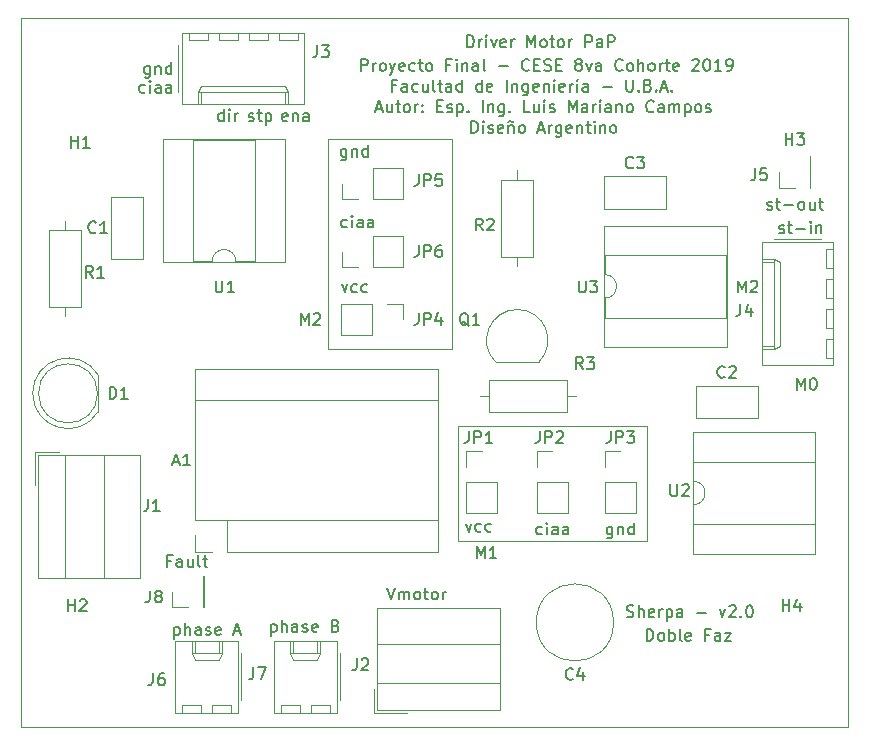
<source format=gbr>
%TF.GenerationSoftware,KiCad,Pcbnew,5.1.4-e60b266~84~ubuntu18.04.1*%
%TF.CreationDate,2020-06-02T14:46:13-03:00*%
%TF.ProjectId,Driver Motor PaP_V2.0,44726976-6572-4204-9d6f-746f72205061,2.0*%
%TF.SameCoordinates,Original*%
%TF.FileFunction,Legend,Top*%
%TF.FilePolarity,Positive*%
%FSLAX46Y46*%
G04 Gerber Fmt 4.6, Leading zero omitted, Abs format (unit mm)*
G04 Created by KiCad (PCBNEW 5.1.4-e60b266~84~ubuntu18.04.1) date 2020-06-02 14:46:13*
%MOMM*%
%LPD*%
G04 APERTURE LIST*
%ADD10C,0.150000*%
%ADD11C,0.120000*%
%ADD12C,0.050000*%
G04 APERTURE END LIST*
D10*
X85495238Y-56004761D02*
X85400000Y-56052380D01*
X85209523Y-56052380D01*
X85114285Y-56004761D01*
X85066666Y-55957142D01*
X85019047Y-55861904D01*
X85019047Y-55576190D01*
X85066666Y-55480952D01*
X85114285Y-55433333D01*
X85209523Y-55385714D01*
X85400000Y-55385714D01*
X85495238Y-55433333D01*
X85923809Y-56052380D02*
X85923809Y-55385714D01*
X85923809Y-55052380D02*
X85876190Y-55100000D01*
X85923809Y-55147619D01*
X85971428Y-55100000D01*
X85923809Y-55052380D01*
X85923809Y-55147619D01*
X86828571Y-56052380D02*
X86828571Y-55528571D01*
X86780952Y-55433333D01*
X86685714Y-55385714D01*
X86495238Y-55385714D01*
X86400000Y-55433333D01*
X86828571Y-56004761D02*
X86733333Y-56052380D01*
X86495238Y-56052380D01*
X86400000Y-56004761D01*
X86352380Y-55909523D01*
X86352380Y-55814285D01*
X86400000Y-55719047D01*
X86495238Y-55671428D01*
X86733333Y-55671428D01*
X86828571Y-55623809D01*
X87733333Y-56052380D02*
X87733333Y-55528571D01*
X87685714Y-55433333D01*
X87590476Y-55385714D01*
X87400000Y-55385714D01*
X87304761Y-55433333D01*
X87733333Y-56004761D02*
X87638095Y-56052380D01*
X87400000Y-56052380D01*
X87304761Y-56004761D01*
X87257142Y-55909523D01*
X87257142Y-55814285D01*
X87304761Y-55719047D01*
X87400000Y-55671428D01*
X87638095Y-55671428D01*
X87733333Y-55623809D01*
X85909523Y-53785714D02*
X85909523Y-54595238D01*
X85861904Y-54690476D01*
X85814285Y-54738095D01*
X85719047Y-54785714D01*
X85576190Y-54785714D01*
X85480952Y-54738095D01*
X85909523Y-54404761D02*
X85814285Y-54452380D01*
X85623809Y-54452380D01*
X85528571Y-54404761D01*
X85480952Y-54357142D01*
X85433333Y-54261904D01*
X85433333Y-53976190D01*
X85480952Y-53880952D01*
X85528571Y-53833333D01*
X85623809Y-53785714D01*
X85814285Y-53785714D01*
X85909523Y-53833333D01*
X86385714Y-53785714D02*
X86385714Y-54452380D01*
X86385714Y-53880952D02*
X86433333Y-53833333D01*
X86528571Y-53785714D01*
X86671428Y-53785714D01*
X86766666Y-53833333D01*
X86814285Y-53928571D01*
X86814285Y-54452380D01*
X87719047Y-54452380D02*
X87719047Y-53452380D01*
X87719047Y-54404761D02*
X87623809Y-54452380D01*
X87433333Y-54452380D01*
X87338095Y-54404761D01*
X87290476Y-54357142D01*
X87242857Y-54261904D01*
X87242857Y-53976190D01*
X87290476Y-53880952D01*
X87338095Y-53833333D01*
X87433333Y-53785714D01*
X87623809Y-53785714D01*
X87719047Y-53833333D01*
D11*
X101000000Y-77750000D02*
X101000000Y-60000000D01*
X111500000Y-77750000D02*
X101000000Y-77750000D01*
X111500000Y-60000000D02*
X111500000Y-77750000D01*
X101000000Y-60000000D02*
X111500000Y-60000000D01*
X128000000Y-94000000D02*
X128000000Y-84250000D01*
X112000000Y-94000000D02*
X112000000Y-93750000D01*
X128000000Y-94000000D02*
X112000000Y-94000000D01*
X112000000Y-84250000D02*
X128000000Y-84250000D01*
X112000000Y-93750000D02*
X112000000Y-84250000D01*
D10*
X138190476Y-65904761D02*
X138285714Y-65952380D01*
X138476190Y-65952380D01*
X138571428Y-65904761D01*
X138619047Y-65809523D01*
X138619047Y-65761904D01*
X138571428Y-65666666D01*
X138476190Y-65619047D01*
X138333333Y-65619047D01*
X138238095Y-65571428D01*
X138190476Y-65476190D01*
X138190476Y-65428571D01*
X138238095Y-65333333D01*
X138333333Y-65285714D01*
X138476190Y-65285714D01*
X138571428Y-65333333D01*
X138904761Y-65285714D02*
X139285714Y-65285714D01*
X139047619Y-64952380D02*
X139047619Y-65809523D01*
X139095238Y-65904761D01*
X139190476Y-65952380D01*
X139285714Y-65952380D01*
X139619047Y-65571428D02*
X140380952Y-65571428D01*
X141000000Y-65952380D02*
X140904761Y-65904761D01*
X140857142Y-65857142D01*
X140809523Y-65761904D01*
X140809523Y-65476190D01*
X140857142Y-65380952D01*
X140904761Y-65333333D01*
X141000000Y-65285714D01*
X141142857Y-65285714D01*
X141238095Y-65333333D01*
X141285714Y-65380952D01*
X141333333Y-65476190D01*
X141333333Y-65761904D01*
X141285714Y-65857142D01*
X141238095Y-65904761D01*
X141142857Y-65952380D01*
X141000000Y-65952380D01*
X142190476Y-65285714D02*
X142190476Y-65952380D01*
X141761904Y-65285714D02*
X141761904Y-65809523D01*
X141809523Y-65904761D01*
X141904761Y-65952380D01*
X142047619Y-65952380D01*
X142142857Y-65904761D01*
X142190476Y-65857142D01*
X142523809Y-65285714D02*
X142904761Y-65285714D01*
X142666666Y-64952380D02*
X142666666Y-65809523D01*
X142714285Y-65904761D01*
X142809523Y-65952380D01*
X142904761Y-65952380D01*
X139190476Y-67904761D02*
X139285714Y-67952380D01*
X139476190Y-67952380D01*
X139571428Y-67904761D01*
X139619047Y-67809523D01*
X139619047Y-67761904D01*
X139571428Y-67666666D01*
X139476190Y-67619047D01*
X139333333Y-67619047D01*
X139238095Y-67571428D01*
X139190476Y-67476190D01*
X139190476Y-67428571D01*
X139238095Y-67333333D01*
X139333333Y-67285714D01*
X139476190Y-67285714D01*
X139571428Y-67333333D01*
X139904761Y-67285714D02*
X140285714Y-67285714D01*
X140047619Y-66952380D02*
X140047619Y-67809523D01*
X140095238Y-67904761D01*
X140190476Y-67952380D01*
X140285714Y-67952380D01*
X140619047Y-67571428D02*
X141380952Y-67571428D01*
X141857142Y-67952380D02*
X141857142Y-67285714D01*
X141857142Y-66952380D02*
X141809523Y-67000000D01*
X141857142Y-67047619D01*
X141904761Y-67000000D01*
X141857142Y-66952380D01*
X141857142Y-67047619D01*
X142333333Y-67285714D02*
X142333333Y-67952380D01*
X142333333Y-67380952D02*
X142380952Y-67333333D01*
X142476190Y-67285714D01*
X142619047Y-67285714D01*
X142714285Y-67333333D01*
X142761904Y-67428571D01*
X142761904Y-67952380D01*
X135690476Y-72952380D02*
X135690476Y-71952380D01*
X136023809Y-72666666D01*
X136357142Y-71952380D01*
X136357142Y-72952380D01*
X136785714Y-72047619D02*
X136833333Y-72000000D01*
X136928571Y-71952380D01*
X137166666Y-71952380D01*
X137261904Y-72000000D01*
X137309523Y-72047619D01*
X137357142Y-72142857D01*
X137357142Y-72238095D01*
X137309523Y-72380952D01*
X136738095Y-72952380D01*
X137357142Y-72952380D01*
X140690476Y-81202380D02*
X140690476Y-80202380D01*
X141023809Y-80916666D01*
X141357142Y-80202380D01*
X141357142Y-81202380D01*
X142023809Y-80202380D02*
X142119047Y-80202380D01*
X142214285Y-80250000D01*
X142261904Y-80297619D01*
X142309523Y-80392857D01*
X142357142Y-80583333D01*
X142357142Y-80821428D01*
X142309523Y-81011904D01*
X142261904Y-81107142D01*
X142214285Y-81154761D01*
X142119047Y-81202380D01*
X142023809Y-81202380D01*
X141928571Y-81154761D01*
X141880952Y-81107142D01*
X141833333Y-81011904D01*
X141785714Y-80821428D01*
X141785714Y-80583333D01*
X141833333Y-80392857D01*
X141880952Y-80297619D01*
X141928571Y-80250000D01*
X142023809Y-80202380D01*
X127976190Y-102452380D02*
X127976190Y-101452380D01*
X128214285Y-101452380D01*
X128357142Y-101500000D01*
X128452380Y-101595238D01*
X128500000Y-101690476D01*
X128547619Y-101880952D01*
X128547619Y-102023809D01*
X128500000Y-102214285D01*
X128452380Y-102309523D01*
X128357142Y-102404761D01*
X128214285Y-102452380D01*
X127976190Y-102452380D01*
X129119047Y-102452380D02*
X129023809Y-102404761D01*
X128976190Y-102357142D01*
X128928571Y-102261904D01*
X128928571Y-101976190D01*
X128976190Y-101880952D01*
X129023809Y-101833333D01*
X129119047Y-101785714D01*
X129261904Y-101785714D01*
X129357142Y-101833333D01*
X129404761Y-101880952D01*
X129452380Y-101976190D01*
X129452380Y-102261904D01*
X129404761Y-102357142D01*
X129357142Y-102404761D01*
X129261904Y-102452380D01*
X129119047Y-102452380D01*
X129880952Y-102452380D02*
X129880952Y-101452380D01*
X129880952Y-101833333D02*
X129976190Y-101785714D01*
X130166666Y-101785714D01*
X130261904Y-101833333D01*
X130309523Y-101880952D01*
X130357142Y-101976190D01*
X130357142Y-102261904D01*
X130309523Y-102357142D01*
X130261904Y-102404761D01*
X130166666Y-102452380D01*
X129976190Y-102452380D01*
X129880952Y-102404761D01*
X130928571Y-102452380D02*
X130833333Y-102404761D01*
X130785714Y-102309523D01*
X130785714Y-101452380D01*
X131690476Y-102404761D02*
X131595238Y-102452380D01*
X131404761Y-102452380D01*
X131309523Y-102404761D01*
X131261904Y-102309523D01*
X131261904Y-101928571D01*
X131309523Y-101833333D01*
X131404761Y-101785714D01*
X131595238Y-101785714D01*
X131690476Y-101833333D01*
X131738095Y-101928571D01*
X131738095Y-102023809D01*
X131261904Y-102119047D01*
X133261904Y-101928571D02*
X132928571Y-101928571D01*
X132928571Y-102452380D02*
X132928571Y-101452380D01*
X133404761Y-101452380D01*
X134214285Y-102452380D02*
X134214285Y-101928571D01*
X134166666Y-101833333D01*
X134071428Y-101785714D01*
X133880952Y-101785714D01*
X133785714Y-101833333D01*
X134214285Y-102404761D02*
X134119047Y-102452380D01*
X133880952Y-102452380D01*
X133785714Y-102404761D01*
X133738095Y-102309523D01*
X133738095Y-102214285D01*
X133785714Y-102119047D01*
X133880952Y-102071428D01*
X134119047Y-102071428D01*
X134214285Y-102023809D01*
X134595238Y-101785714D02*
X135119047Y-101785714D01*
X134595238Y-102452380D01*
X135119047Y-102452380D01*
X126285714Y-100404761D02*
X126428571Y-100452380D01*
X126666666Y-100452380D01*
X126761904Y-100404761D01*
X126809523Y-100357142D01*
X126857142Y-100261904D01*
X126857142Y-100166666D01*
X126809523Y-100071428D01*
X126761904Y-100023809D01*
X126666666Y-99976190D01*
X126476190Y-99928571D01*
X126380952Y-99880952D01*
X126333333Y-99833333D01*
X126285714Y-99738095D01*
X126285714Y-99642857D01*
X126333333Y-99547619D01*
X126380952Y-99500000D01*
X126476190Y-99452380D01*
X126714285Y-99452380D01*
X126857142Y-99500000D01*
X127285714Y-100452380D02*
X127285714Y-99452380D01*
X127714285Y-100452380D02*
X127714285Y-99928571D01*
X127666666Y-99833333D01*
X127571428Y-99785714D01*
X127428571Y-99785714D01*
X127333333Y-99833333D01*
X127285714Y-99880952D01*
X128571428Y-100404761D02*
X128476190Y-100452380D01*
X128285714Y-100452380D01*
X128190476Y-100404761D01*
X128142857Y-100309523D01*
X128142857Y-99928571D01*
X128190476Y-99833333D01*
X128285714Y-99785714D01*
X128476190Y-99785714D01*
X128571428Y-99833333D01*
X128619047Y-99928571D01*
X128619047Y-100023809D01*
X128142857Y-100119047D01*
X129047619Y-100452380D02*
X129047619Y-99785714D01*
X129047619Y-99976190D02*
X129095238Y-99880952D01*
X129142857Y-99833333D01*
X129238095Y-99785714D01*
X129333333Y-99785714D01*
X129666666Y-99785714D02*
X129666666Y-100785714D01*
X129666666Y-99833333D02*
X129761904Y-99785714D01*
X129952380Y-99785714D01*
X130047619Y-99833333D01*
X130095238Y-99880952D01*
X130142857Y-99976190D01*
X130142857Y-100261904D01*
X130095238Y-100357142D01*
X130047619Y-100404761D01*
X129952380Y-100452380D01*
X129761904Y-100452380D01*
X129666666Y-100404761D01*
X131000000Y-100452380D02*
X131000000Y-99928571D01*
X130952380Y-99833333D01*
X130857142Y-99785714D01*
X130666666Y-99785714D01*
X130571428Y-99833333D01*
X131000000Y-100404761D02*
X130904761Y-100452380D01*
X130666666Y-100452380D01*
X130571428Y-100404761D01*
X130523809Y-100309523D01*
X130523809Y-100214285D01*
X130571428Y-100119047D01*
X130666666Y-100071428D01*
X130904761Y-100071428D01*
X131000000Y-100023809D01*
X132238095Y-100071428D02*
X133000000Y-100071428D01*
X134142857Y-99785714D02*
X134380952Y-100452380D01*
X134619047Y-99785714D01*
X134952380Y-99547619D02*
X135000000Y-99500000D01*
X135095238Y-99452380D01*
X135333333Y-99452380D01*
X135428571Y-99500000D01*
X135476190Y-99547619D01*
X135523809Y-99642857D01*
X135523809Y-99738095D01*
X135476190Y-99880952D01*
X134904761Y-100452380D01*
X135523809Y-100452380D01*
X135952380Y-100357142D02*
X136000000Y-100404761D01*
X135952380Y-100452380D01*
X135904761Y-100404761D01*
X135952380Y-100357142D01*
X135952380Y-100452380D01*
X136619047Y-99452380D02*
X136714285Y-99452380D01*
X136809523Y-99500000D01*
X136857142Y-99547619D01*
X136904761Y-99642857D01*
X136952380Y-99833333D01*
X136952380Y-100071428D01*
X136904761Y-100261904D01*
X136857142Y-100357142D01*
X136809523Y-100404761D01*
X136714285Y-100452380D01*
X136619047Y-100452380D01*
X136523809Y-100404761D01*
X136476190Y-100357142D01*
X136428571Y-100261904D01*
X136380952Y-100071428D01*
X136380952Y-99833333D01*
X136428571Y-99642857D01*
X136476190Y-99547619D01*
X136523809Y-99500000D01*
X136619047Y-99452380D01*
X87690476Y-95678571D02*
X87357142Y-95678571D01*
X87357142Y-96202380D02*
X87357142Y-95202380D01*
X87833333Y-95202380D01*
X88642857Y-96202380D02*
X88642857Y-95678571D01*
X88595238Y-95583333D01*
X88500000Y-95535714D01*
X88309523Y-95535714D01*
X88214285Y-95583333D01*
X88642857Y-96154761D02*
X88547619Y-96202380D01*
X88309523Y-96202380D01*
X88214285Y-96154761D01*
X88166666Y-96059523D01*
X88166666Y-95964285D01*
X88214285Y-95869047D01*
X88309523Y-95821428D01*
X88547619Y-95821428D01*
X88642857Y-95773809D01*
X89547619Y-95535714D02*
X89547619Y-96202380D01*
X89119047Y-95535714D02*
X89119047Y-96059523D01*
X89166666Y-96154761D01*
X89261904Y-96202380D01*
X89404761Y-96202380D01*
X89500000Y-96154761D01*
X89547619Y-96107142D01*
X90166666Y-96202380D02*
X90071428Y-96154761D01*
X90023809Y-96059523D01*
X90023809Y-95202380D01*
X90404761Y-95535714D02*
X90785714Y-95535714D01*
X90547619Y-95202380D02*
X90547619Y-96059523D01*
X90595238Y-96154761D01*
X90690476Y-96202380D01*
X90785714Y-96202380D01*
X106000000Y-97952380D02*
X106333333Y-98952380D01*
X106666666Y-97952380D01*
X107000000Y-98952380D02*
X107000000Y-98285714D01*
X107000000Y-98380952D02*
X107047619Y-98333333D01*
X107142857Y-98285714D01*
X107285714Y-98285714D01*
X107380952Y-98333333D01*
X107428571Y-98428571D01*
X107428571Y-98952380D01*
X107428571Y-98428571D02*
X107476190Y-98333333D01*
X107571428Y-98285714D01*
X107714285Y-98285714D01*
X107809523Y-98333333D01*
X107857142Y-98428571D01*
X107857142Y-98952380D01*
X108476190Y-98952380D02*
X108380952Y-98904761D01*
X108333333Y-98857142D01*
X108285714Y-98761904D01*
X108285714Y-98476190D01*
X108333333Y-98380952D01*
X108380952Y-98333333D01*
X108476190Y-98285714D01*
X108619047Y-98285714D01*
X108714285Y-98333333D01*
X108761904Y-98380952D01*
X108809523Y-98476190D01*
X108809523Y-98761904D01*
X108761904Y-98857142D01*
X108714285Y-98904761D01*
X108619047Y-98952380D01*
X108476190Y-98952380D01*
X109095238Y-98285714D02*
X109476190Y-98285714D01*
X109238095Y-97952380D02*
X109238095Y-98809523D01*
X109285714Y-98904761D01*
X109380952Y-98952380D01*
X109476190Y-98952380D01*
X109952380Y-98952380D02*
X109857142Y-98904761D01*
X109809523Y-98857142D01*
X109761904Y-98761904D01*
X109761904Y-98476190D01*
X109809523Y-98380952D01*
X109857142Y-98333333D01*
X109952380Y-98285714D01*
X110095238Y-98285714D01*
X110190476Y-98333333D01*
X110238095Y-98380952D01*
X110285714Y-98476190D01*
X110285714Y-98761904D01*
X110238095Y-98857142D01*
X110190476Y-98904761D01*
X110095238Y-98952380D01*
X109952380Y-98952380D01*
X110714285Y-98952380D02*
X110714285Y-98285714D01*
X110714285Y-98476190D02*
X110761904Y-98380952D01*
X110809523Y-98333333D01*
X110904761Y-98285714D01*
X111000000Y-98285714D01*
D12*
X75000000Y-109750000D02*
X75000000Y-49750000D01*
X145000000Y-109750000D02*
X75000000Y-109750000D01*
X145000000Y-49750000D02*
X145000000Y-109750000D01*
X75000000Y-49750000D02*
X145000000Y-49750000D01*
D10*
X102559523Y-60785714D02*
X102559523Y-61595238D01*
X102511904Y-61690476D01*
X102464285Y-61738095D01*
X102369047Y-61785714D01*
X102226190Y-61785714D01*
X102130952Y-61738095D01*
X102559523Y-61404761D02*
X102464285Y-61452380D01*
X102273809Y-61452380D01*
X102178571Y-61404761D01*
X102130952Y-61357142D01*
X102083333Y-61261904D01*
X102083333Y-60976190D01*
X102130952Y-60880952D01*
X102178571Y-60833333D01*
X102273809Y-60785714D01*
X102464285Y-60785714D01*
X102559523Y-60833333D01*
X103035714Y-60785714D02*
X103035714Y-61452380D01*
X103035714Y-60880952D02*
X103083333Y-60833333D01*
X103178571Y-60785714D01*
X103321428Y-60785714D01*
X103416666Y-60833333D01*
X103464285Y-60928571D01*
X103464285Y-61452380D01*
X104369047Y-61452380D02*
X104369047Y-60452380D01*
X104369047Y-61404761D02*
X104273809Y-61452380D01*
X104083333Y-61452380D01*
X103988095Y-61404761D01*
X103940476Y-61357142D01*
X103892857Y-61261904D01*
X103892857Y-60976190D01*
X103940476Y-60880952D01*
X103988095Y-60833333D01*
X104083333Y-60785714D01*
X104273809Y-60785714D01*
X104369047Y-60833333D01*
X102595238Y-67404761D02*
X102500000Y-67452380D01*
X102309523Y-67452380D01*
X102214285Y-67404761D01*
X102166666Y-67357142D01*
X102119047Y-67261904D01*
X102119047Y-66976190D01*
X102166666Y-66880952D01*
X102214285Y-66833333D01*
X102309523Y-66785714D01*
X102500000Y-66785714D01*
X102595238Y-66833333D01*
X103023809Y-67452380D02*
X103023809Y-66785714D01*
X103023809Y-66452380D02*
X102976190Y-66500000D01*
X103023809Y-66547619D01*
X103071428Y-66500000D01*
X103023809Y-66452380D01*
X103023809Y-66547619D01*
X103928571Y-67452380D02*
X103928571Y-66928571D01*
X103880952Y-66833333D01*
X103785714Y-66785714D01*
X103595238Y-66785714D01*
X103500000Y-66833333D01*
X103928571Y-67404761D02*
X103833333Y-67452380D01*
X103595238Y-67452380D01*
X103500000Y-67404761D01*
X103452380Y-67309523D01*
X103452380Y-67214285D01*
X103500000Y-67119047D01*
X103595238Y-67071428D01*
X103833333Y-67071428D01*
X103928571Y-67023809D01*
X104833333Y-67452380D02*
X104833333Y-66928571D01*
X104785714Y-66833333D01*
X104690476Y-66785714D01*
X104500000Y-66785714D01*
X104404761Y-66833333D01*
X104833333Y-67404761D02*
X104738095Y-67452380D01*
X104500000Y-67452380D01*
X104404761Y-67404761D01*
X104357142Y-67309523D01*
X104357142Y-67214285D01*
X104404761Y-67119047D01*
X104500000Y-67071428D01*
X104738095Y-67071428D01*
X104833333Y-67023809D01*
X102154761Y-72285714D02*
X102392857Y-72952380D01*
X102630952Y-72285714D01*
X103440476Y-72904761D02*
X103345238Y-72952380D01*
X103154761Y-72952380D01*
X103059523Y-72904761D01*
X103011904Y-72857142D01*
X102964285Y-72761904D01*
X102964285Y-72476190D01*
X103011904Y-72380952D01*
X103059523Y-72333333D01*
X103154761Y-72285714D01*
X103345238Y-72285714D01*
X103440476Y-72333333D01*
X104297619Y-72904761D02*
X104202380Y-72952380D01*
X104011904Y-72952380D01*
X103916666Y-72904761D01*
X103869047Y-72857142D01*
X103821428Y-72761904D01*
X103821428Y-72476190D01*
X103869047Y-72380952D01*
X103916666Y-72333333D01*
X104011904Y-72285714D01*
X104202380Y-72285714D01*
X104297619Y-72333333D01*
X98690476Y-75702380D02*
X98690476Y-74702380D01*
X99023809Y-75416666D01*
X99357142Y-74702380D01*
X99357142Y-75702380D01*
X99785714Y-74797619D02*
X99833333Y-74750000D01*
X99928571Y-74702380D01*
X100166666Y-74702380D01*
X100261904Y-74750000D01*
X100309523Y-74797619D01*
X100357142Y-74892857D01*
X100357142Y-74988095D01*
X100309523Y-75130952D01*
X99738095Y-75702380D01*
X100357142Y-75702380D01*
X119095238Y-93404761D02*
X119000000Y-93452380D01*
X118809523Y-93452380D01*
X118714285Y-93404761D01*
X118666666Y-93357142D01*
X118619047Y-93261904D01*
X118619047Y-92976190D01*
X118666666Y-92880952D01*
X118714285Y-92833333D01*
X118809523Y-92785714D01*
X119000000Y-92785714D01*
X119095238Y-92833333D01*
X119523809Y-93452380D02*
X119523809Y-92785714D01*
X119523809Y-92452380D02*
X119476190Y-92500000D01*
X119523809Y-92547619D01*
X119571428Y-92500000D01*
X119523809Y-92452380D01*
X119523809Y-92547619D01*
X120428571Y-93452380D02*
X120428571Y-92928571D01*
X120380952Y-92833333D01*
X120285714Y-92785714D01*
X120095238Y-92785714D01*
X120000000Y-92833333D01*
X120428571Y-93404761D02*
X120333333Y-93452380D01*
X120095238Y-93452380D01*
X120000000Y-93404761D01*
X119952380Y-93309523D01*
X119952380Y-93214285D01*
X120000000Y-93119047D01*
X120095238Y-93071428D01*
X120333333Y-93071428D01*
X120428571Y-93023809D01*
X121333333Y-93452380D02*
X121333333Y-92928571D01*
X121285714Y-92833333D01*
X121190476Y-92785714D01*
X121000000Y-92785714D01*
X120904761Y-92833333D01*
X121333333Y-93404761D02*
X121238095Y-93452380D01*
X121000000Y-93452380D01*
X120904761Y-93404761D01*
X120857142Y-93309523D01*
X120857142Y-93214285D01*
X120904761Y-93119047D01*
X121000000Y-93071428D01*
X121238095Y-93071428D01*
X121333333Y-93023809D01*
X112654761Y-92535714D02*
X112892857Y-93202380D01*
X113130952Y-92535714D01*
X113940476Y-93154761D02*
X113845238Y-93202380D01*
X113654761Y-93202380D01*
X113559523Y-93154761D01*
X113511904Y-93107142D01*
X113464285Y-93011904D01*
X113464285Y-92726190D01*
X113511904Y-92630952D01*
X113559523Y-92583333D01*
X113654761Y-92535714D01*
X113845238Y-92535714D01*
X113940476Y-92583333D01*
X114797619Y-93154761D02*
X114702380Y-93202380D01*
X114511904Y-93202380D01*
X114416666Y-93154761D01*
X114369047Y-93107142D01*
X114321428Y-93011904D01*
X114321428Y-92726190D01*
X114369047Y-92630952D01*
X114416666Y-92583333D01*
X114511904Y-92535714D01*
X114702380Y-92535714D01*
X114797619Y-92583333D01*
X125059523Y-92785714D02*
X125059523Y-93595238D01*
X125011904Y-93690476D01*
X124964285Y-93738095D01*
X124869047Y-93785714D01*
X124726190Y-93785714D01*
X124630952Y-93738095D01*
X125059523Y-93404761D02*
X124964285Y-93452380D01*
X124773809Y-93452380D01*
X124678571Y-93404761D01*
X124630952Y-93357142D01*
X124583333Y-93261904D01*
X124583333Y-92976190D01*
X124630952Y-92880952D01*
X124678571Y-92833333D01*
X124773809Y-92785714D01*
X124964285Y-92785714D01*
X125059523Y-92833333D01*
X125535714Y-92785714D02*
X125535714Y-93452380D01*
X125535714Y-92880952D02*
X125583333Y-92833333D01*
X125678571Y-92785714D01*
X125821428Y-92785714D01*
X125916666Y-92833333D01*
X125964285Y-92928571D01*
X125964285Y-93452380D01*
X126869047Y-93452380D02*
X126869047Y-92452380D01*
X126869047Y-93404761D02*
X126773809Y-93452380D01*
X126583333Y-93452380D01*
X126488095Y-93404761D01*
X126440476Y-93357142D01*
X126392857Y-93261904D01*
X126392857Y-92976190D01*
X126440476Y-92880952D01*
X126488095Y-92833333D01*
X126583333Y-92785714D01*
X126773809Y-92785714D01*
X126869047Y-92833333D01*
X113590476Y-95452380D02*
X113590476Y-94452380D01*
X113923809Y-95166666D01*
X114257142Y-94452380D01*
X114257142Y-95452380D01*
X115257142Y-95452380D02*
X114685714Y-95452380D01*
X114971428Y-95452380D02*
X114971428Y-94452380D01*
X114876190Y-94595238D01*
X114780952Y-94690476D01*
X114685714Y-94738095D01*
X92166666Y-58452380D02*
X92166666Y-57452380D01*
X92166666Y-58404761D02*
X92071428Y-58452380D01*
X91880952Y-58452380D01*
X91785714Y-58404761D01*
X91738095Y-58357142D01*
X91690476Y-58261904D01*
X91690476Y-57976190D01*
X91738095Y-57880952D01*
X91785714Y-57833333D01*
X91880952Y-57785714D01*
X92071428Y-57785714D01*
X92166666Y-57833333D01*
X92642857Y-58452380D02*
X92642857Y-57785714D01*
X92642857Y-57452380D02*
X92595238Y-57500000D01*
X92642857Y-57547619D01*
X92690476Y-57500000D01*
X92642857Y-57452380D01*
X92642857Y-57547619D01*
X93119047Y-58452380D02*
X93119047Y-57785714D01*
X93119047Y-57976190D02*
X93166666Y-57880952D01*
X93214285Y-57833333D01*
X93309523Y-57785714D01*
X93404761Y-57785714D01*
X94297619Y-58404761D02*
X94392857Y-58452380D01*
X94583333Y-58452380D01*
X94678571Y-58404761D01*
X94726190Y-58309523D01*
X94726190Y-58261904D01*
X94678571Y-58166666D01*
X94583333Y-58119047D01*
X94440476Y-58119047D01*
X94345238Y-58071428D01*
X94297619Y-57976190D01*
X94297619Y-57928571D01*
X94345238Y-57833333D01*
X94440476Y-57785714D01*
X94583333Y-57785714D01*
X94678571Y-57833333D01*
X95011904Y-57785714D02*
X95392857Y-57785714D01*
X95154761Y-57452380D02*
X95154761Y-58309523D01*
X95202380Y-58404761D01*
X95297619Y-58452380D01*
X95392857Y-58452380D01*
X95726190Y-57785714D02*
X95726190Y-58785714D01*
X95726190Y-57833333D02*
X95821428Y-57785714D01*
X96011904Y-57785714D01*
X96107142Y-57833333D01*
X96154761Y-57880952D01*
X96202380Y-57976190D01*
X96202380Y-58261904D01*
X96154761Y-58357142D01*
X96107142Y-58404761D01*
X96011904Y-58452380D01*
X95821428Y-58452380D01*
X95726190Y-58404761D01*
X97535714Y-58404761D02*
X97440476Y-58452380D01*
X97250000Y-58452380D01*
X97154761Y-58404761D01*
X97107142Y-58309523D01*
X97107142Y-57928571D01*
X97154761Y-57833333D01*
X97250000Y-57785714D01*
X97440476Y-57785714D01*
X97535714Y-57833333D01*
X97583333Y-57928571D01*
X97583333Y-58023809D01*
X97107142Y-58119047D01*
X98011904Y-57785714D02*
X98011904Y-58452380D01*
X98011904Y-57880952D02*
X98059523Y-57833333D01*
X98154761Y-57785714D01*
X98297619Y-57785714D01*
X98392857Y-57833333D01*
X98440476Y-57928571D01*
X98440476Y-58452380D01*
X99345238Y-58452380D02*
X99345238Y-57928571D01*
X99297619Y-57833333D01*
X99202380Y-57785714D01*
X99011904Y-57785714D01*
X98916666Y-57833333D01*
X99345238Y-58404761D02*
X99250000Y-58452380D01*
X99011904Y-58452380D01*
X98916666Y-58404761D01*
X98869047Y-58309523D01*
X98869047Y-58214285D01*
X98916666Y-58119047D01*
X99011904Y-58071428D01*
X99250000Y-58071428D01*
X99345238Y-58023809D01*
X87988095Y-101285714D02*
X87988095Y-102285714D01*
X87988095Y-101333333D02*
X88083333Y-101285714D01*
X88273809Y-101285714D01*
X88369047Y-101333333D01*
X88416666Y-101380952D01*
X88464285Y-101476190D01*
X88464285Y-101761904D01*
X88416666Y-101857142D01*
X88369047Y-101904761D01*
X88273809Y-101952380D01*
X88083333Y-101952380D01*
X87988095Y-101904761D01*
X88892857Y-101952380D02*
X88892857Y-100952380D01*
X89321428Y-101952380D02*
X89321428Y-101428571D01*
X89273809Y-101333333D01*
X89178571Y-101285714D01*
X89035714Y-101285714D01*
X88940476Y-101333333D01*
X88892857Y-101380952D01*
X90226190Y-101952380D02*
X90226190Y-101428571D01*
X90178571Y-101333333D01*
X90083333Y-101285714D01*
X89892857Y-101285714D01*
X89797619Y-101333333D01*
X90226190Y-101904761D02*
X90130952Y-101952380D01*
X89892857Y-101952380D01*
X89797619Y-101904761D01*
X89750000Y-101809523D01*
X89750000Y-101714285D01*
X89797619Y-101619047D01*
X89892857Y-101571428D01*
X90130952Y-101571428D01*
X90226190Y-101523809D01*
X90654761Y-101904761D02*
X90750000Y-101952380D01*
X90940476Y-101952380D01*
X91035714Y-101904761D01*
X91083333Y-101809523D01*
X91083333Y-101761904D01*
X91035714Y-101666666D01*
X90940476Y-101619047D01*
X90797619Y-101619047D01*
X90702380Y-101571428D01*
X90654761Y-101476190D01*
X90654761Y-101428571D01*
X90702380Y-101333333D01*
X90797619Y-101285714D01*
X90940476Y-101285714D01*
X91035714Y-101333333D01*
X91892857Y-101904761D02*
X91797619Y-101952380D01*
X91607142Y-101952380D01*
X91511904Y-101904761D01*
X91464285Y-101809523D01*
X91464285Y-101428571D01*
X91511904Y-101333333D01*
X91607142Y-101285714D01*
X91797619Y-101285714D01*
X91892857Y-101333333D01*
X91940476Y-101428571D01*
X91940476Y-101523809D01*
X91464285Y-101619047D01*
X93083333Y-101666666D02*
X93559523Y-101666666D01*
X92988095Y-101952380D02*
X93321428Y-100952380D01*
X93654761Y-101952380D01*
X96166666Y-101035714D02*
X96166666Y-102035714D01*
X96166666Y-101083333D02*
X96261904Y-101035714D01*
X96452380Y-101035714D01*
X96547619Y-101083333D01*
X96595238Y-101130952D01*
X96642857Y-101226190D01*
X96642857Y-101511904D01*
X96595238Y-101607142D01*
X96547619Y-101654761D01*
X96452380Y-101702380D01*
X96261904Y-101702380D01*
X96166666Y-101654761D01*
X97071428Y-101702380D02*
X97071428Y-100702380D01*
X97500000Y-101702380D02*
X97500000Y-101178571D01*
X97452380Y-101083333D01*
X97357142Y-101035714D01*
X97214285Y-101035714D01*
X97119047Y-101083333D01*
X97071428Y-101130952D01*
X98404761Y-101702380D02*
X98404761Y-101178571D01*
X98357142Y-101083333D01*
X98261904Y-101035714D01*
X98071428Y-101035714D01*
X97976190Y-101083333D01*
X98404761Y-101654761D02*
X98309523Y-101702380D01*
X98071428Y-101702380D01*
X97976190Y-101654761D01*
X97928571Y-101559523D01*
X97928571Y-101464285D01*
X97976190Y-101369047D01*
X98071428Y-101321428D01*
X98309523Y-101321428D01*
X98404761Y-101273809D01*
X98833333Y-101654761D02*
X98928571Y-101702380D01*
X99119047Y-101702380D01*
X99214285Y-101654761D01*
X99261904Y-101559523D01*
X99261904Y-101511904D01*
X99214285Y-101416666D01*
X99119047Y-101369047D01*
X98976190Y-101369047D01*
X98880952Y-101321428D01*
X98833333Y-101226190D01*
X98833333Y-101178571D01*
X98880952Y-101083333D01*
X98976190Y-101035714D01*
X99119047Y-101035714D01*
X99214285Y-101083333D01*
X100071428Y-101654761D02*
X99976190Y-101702380D01*
X99785714Y-101702380D01*
X99690476Y-101654761D01*
X99642857Y-101559523D01*
X99642857Y-101178571D01*
X99690476Y-101083333D01*
X99785714Y-101035714D01*
X99976190Y-101035714D01*
X100071428Y-101083333D01*
X100119047Y-101178571D01*
X100119047Y-101273809D01*
X99642857Y-101369047D01*
X101642857Y-101178571D02*
X101785714Y-101226190D01*
X101833333Y-101273809D01*
X101880952Y-101369047D01*
X101880952Y-101511904D01*
X101833333Y-101607142D01*
X101785714Y-101654761D01*
X101690476Y-101702380D01*
X101309523Y-101702380D01*
X101309523Y-100702380D01*
X101642857Y-100702380D01*
X101738095Y-100750000D01*
X101785714Y-100797619D01*
X101833333Y-100892857D01*
X101833333Y-100988095D01*
X101785714Y-101083333D01*
X101738095Y-101130952D01*
X101642857Y-101178571D01*
X101309523Y-101178571D01*
X106726190Y-55428571D02*
X106392857Y-55428571D01*
X106392857Y-55952380D02*
X106392857Y-54952380D01*
X106869047Y-54952380D01*
X107678571Y-55952380D02*
X107678571Y-55428571D01*
X107630952Y-55333333D01*
X107535714Y-55285714D01*
X107345238Y-55285714D01*
X107250000Y-55333333D01*
X107678571Y-55904761D02*
X107583333Y-55952380D01*
X107345238Y-55952380D01*
X107250000Y-55904761D01*
X107202380Y-55809523D01*
X107202380Y-55714285D01*
X107250000Y-55619047D01*
X107345238Y-55571428D01*
X107583333Y-55571428D01*
X107678571Y-55523809D01*
X108583333Y-55904761D02*
X108488095Y-55952380D01*
X108297619Y-55952380D01*
X108202380Y-55904761D01*
X108154761Y-55857142D01*
X108107142Y-55761904D01*
X108107142Y-55476190D01*
X108154761Y-55380952D01*
X108202380Y-55333333D01*
X108297619Y-55285714D01*
X108488095Y-55285714D01*
X108583333Y-55333333D01*
X109440476Y-55285714D02*
X109440476Y-55952380D01*
X109011904Y-55285714D02*
X109011904Y-55809523D01*
X109059523Y-55904761D01*
X109154761Y-55952380D01*
X109297619Y-55952380D01*
X109392857Y-55904761D01*
X109440476Y-55857142D01*
X110059523Y-55952380D02*
X109964285Y-55904761D01*
X109916666Y-55809523D01*
X109916666Y-54952380D01*
X110297619Y-55285714D02*
X110678571Y-55285714D01*
X110440476Y-54952380D02*
X110440476Y-55809523D01*
X110488095Y-55904761D01*
X110583333Y-55952380D01*
X110678571Y-55952380D01*
X111440476Y-55952380D02*
X111440476Y-55428571D01*
X111392857Y-55333333D01*
X111297619Y-55285714D01*
X111107142Y-55285714D01*
X111011904Y-55333333D01*
X111440476Y-55904761D02*
X111345238Y-55952380D01*
X111107142Y-55952380D01*
X111011904Y-55904761D01*
X110964285Y-55809523D01*
X110964285Y-55714285D01*
X111011904Y-55619047D01*
X111107142Y-55571428D01*
X111345238Y-55571428D01*
X111440476Y-55523809D01*
X112345238Y-55952380D02*
X112345238Y-54952380D01*
X112345238Y-55904761D02*
X112250000Y-55952380D01*
X112059523Y-55952380D01*
X111964285Y-55904761D01*
X111916666Y-55857142D01*
X111869047Y-55761904D01*
X111869047Y-55476190D01*
X111916666Y-55380952D01*
X111964285Y-55333333D01*
X112059523Y-55285714D01*
X112250000Y-55285714D01*
X112345238Y-55333333D01*
X114011904Y-55952380D02*
X114011904Y-54952380D01*
X114011904Y-55904761D02*
X113916666Y-55952380D01*
X113726190Y-55952380D01*
X113630952Y-55904761D01*
X113583333Y-55857142D01*
X113535714Y-55761904D01*
X113535714Y-55476190D01*
X113583333Y-55380952D01*
X113630952Y-55333333D01*
X113726190Y-55285714D01*
X113916666Y-55285714D01*
X114011904Y-55333333D01*
X114869047Y-55904761D02*
X114773809Y-55952380D01*
X114583333Y-55952380D01*
X114488095Y-55904761D01*
X114440476Y-55809523D01*
X114440476Y-55428571D01*
X114488095Y-55333333D01*
X114583333Y-55285714D01*
X114773809Y-55285714D01*
X114869047Y-55333333D01*
X114916666Y-55428571D01*
X114916666Y-55523809D01*
X114440476Y-55619047D01*
X116107142Y-55952380D02*
X116107142Y-54952380D01*
X116583333Y-55285714D02*
X116583333Y-55952380D01*
X116583333Y-55380952D02*
X116630952Y-55333333D01*
X116726190Y-55285714D01*
X116869047Y-55285714D01*
X116964285Y-55333333D01*
X117011904Y-55428571D01*
X117011904Y-55952380D01*
X117916666Y-55285714D02*
X117916666Y-56095238D01*
X117869047Y-56190476D01*
X117821428Y-56238095D01*
X117726190Y-56285714D01*
X117583333Y-56285714D01*
X117488095Y-56238095D01*
X117916666Y-55904761D02*
X117821428Y-55952380D01*
X117630952Y-55952380D01*
X117535714Y-55904761D01*
X117488095Y-55857142D01*
X117440476Y-55761904D01*
X117440476Y-55476190D01*
X117488095Y-55380952D01*
X117535714Y-55333333D01*
X117630952Y-55285714D01*
X117821428Y-55285714D01*
X117916666Y-55333333D01*
X118773809Y-55904761D02*
X118678571Y-55952380D01*
X118488095Y-55952380D01*
X118392857Y-55904761D01*
X118345238Y-55809523D01*
X118345238Y-55428571D01*
X118392857Y-55333333D01*
X118488095Y-55285714D01*
X118678571Y-55285714D01*
X118773809Y-55333333D01*
X118821428Y-55428571D01*
X118821428Y-55523809D01*
X118345238Y-55619047D01*
X119250000Y-55285714D02*
X119250000Y-55952380D01*
X119250000Y-55380952D02*
X119297619Y-55333333D01*
X119392857Y-55285714D01*
X119535714Y-55285714D01*
X119630952Y-55333333D01*
X119678571Y-55428571D01*
X119678571Y-55952380D01*
X120154761Y-55952380D02*
X120154761Y-55285714D01*
X120154761Y-54952380D02*
X120107142Y-55000000D01*
X120154761Y-55047619D01*
X120202380Y-55000000D01*
X120154761Y-54952380D01*
X120154761Y-55047619D01*
X121011904Y-55904761D02*
X120916666Y-55952380D01*
X120726190Y-55952380D01*
X120630952Y-55904761D01*
X120583333Y-55809523D01*
X120583333Y-55428571D01*
X120630952Y-55333333D01*
X120726190Y-55285714D01*
X120916666Y-55285714D01*
X121011904Y-55333333D01*
X121059523Y-55428571D01*
X121059523Y-55523809D01*
X120583333Y-55619047D01*
X121488095Y-55952380D02*
X121488095Y-55285714D01*
X121488095Y-55476190D02*
X121535714Y-55380952D01*
X121583333Y-55333333D01*
X121678571Y-55285714D01*
X121773809Y-55285714D01*
X122107142Y-55952380D02*
X122107142Y-55285714D01*
X122202380Y-54904761D02*
X122059523Y-55047619D01*
X123011904Y-55952380D02*
X123011904Y-55428571D01*
X122964285Y-55333333D01*
X122869047Y-55285714D01*
X122678571Y-55285714D01*
X122583333Y-55333333D01*
X123011904Y-55904761D02*
X122916666Y-55952380D01*
X122678571Y-55952380D01*
X122583333Y-55904761D01*
X122535714Y-55809523D01*
X122535714Y-55714285D01*
X122583333Y-55619047D01*
X122678571Y-55571428D01*
X122916666Y-55571428D01*
X123011904Y-55523809D01*
X124250000Y-55571428D02*
X125011904Y-55571428D01*
X126250000Y-54952380D02*
X126250000Y-55761904D01*
X126297619Y-55857142D01*
X126345238Y-55904761D01*
X126440476Y-55952380D01*
X126630952Y-55952380D01*
X126726190Y-55904761D01*
X126773809Y-55857142D01*
X126821428Y-55761904D01*
X126821428Y-54952380D01*
X127297619Y-55857142D02*
X127345238Y-55904761D01*
X127297619Y-55952380D01*
X127250000Y-55904761D01*
X127297619Y-55857142D01*
X127297619Y-55952380D01*
X128107142Y-55428571D02*
X128250000Y-55476190D01*
X128297619Y-55523809D01*
X128345238Y-55619047D01*
X128345238Y-55761904D01*
X128297619Y-55857142D01*
X128250000Y-55904761D01*
X128154761Y-55952380D01*
X127773809Y-55952380D01*
X127773809Y-54952380D01*
X128107142Y-54952380D01*
X128202380Y-55000000D01*
X128250000Y-55047619D01*
X128297619Y-55142857D01*
X128297619Y-55238095D01*
X128250000Y-55333333D01*
X128202380Y-55380952D01*
X128107142Y-55428571D01*
X127773809Y-55428571D01*
X128773809Y-55857142D02*
X128821428Y-55904761D01*
X128773809Y-55952380D01*
X128726190Y-55904761D01*
X128773809Y-55857142D01*
X128773809Y-55952380D01*
X129202380Y-55666666D02*
X129678571Y-55666666D01*
X129107142Y-55952380D02*
X129440476Y-54952380D01*
X129773809Y-55952380D01*
X130107142Y-55857142D02*
X130154761Y-55904761D01*
X130107142Y-55952380D01*
X130059523Y-55904761D01*
X130107142Y-55857142D01*
X130107142Y-55952380D01*
X105083333Y-57416666D02*
X105559523Y-57416666D01*
X104988095Y-57702380D02*
X105321428Y-56702380D01*
X105654761Y-57702380D01*
X106416666Y-57035714D02*
X106416666Y-57702380D01*
X105988095Y-57035714D02*
X105988095Y-57559523D01*
X106035714Y-57654761D01*
X106130952Y-57702380D01*
X106273809Y-57702380D01*
X106369047Y-57654761D01*
X106416666Y-57607142D01*
X106749999Y-57035714D02*
X107130952Y-57035714D01*
X106892857Y-56702380D02*
X106892857Y-57559523D01*
X106940476Y-57654761D01*
X107035714Y-57702380D01*
X107130952Y-57702380D01*
X107607142Y-57702380D02*
X107511904Y-57654761D01*
X107464285Y-57607142D01*
X107416666Y-57511904D01*
X107416666Y-57226190D01*
X107464285Y-57130952D01*
X107511904Y-57083333D01*
X107607142Y-57035714D01*
X107749999Y-57035714D01*
X107845238Y-57083333D01*
X107892857Y-57130952D01*
X107940476Y-57226190D01*
X107940476Y-57511904D01*
X107892857Y-57607142D01*
X107845238Y-57654761D01*
X107749999Y-57702380D01*
X107607142Y-57702380D01*
X108369047Y-57702380D02*
X108369047Y-57035714D01*
X108369047Y-57226190D02*
X108416666Y-57130952D01*
X108464285Y-57083333D01*
X108559523Y-57035714D01*
X108654761Y-57035714D01*
X108988095Y-57607142D02*
X109035714Y-57654761D01*
X108988095Y-57702380D01*
X108940476Y-57654761D01*
X108988095Y-57607142D01*
X108988095Y-57702380D01*
X108988095Y-57083333D02*
X109035714Y-57130952D01*
X108988095Y-57178571D01*
X108940476Y-57130952D01*
X108988095Y-57083333D01*
X108988095Y-57178571D01*
X110226190Y-57178571D02*
X110559523Y-57178571D01*
X110702380Y-57702380D02*
X110226190Y-57702380D01*
X110226190Y-56702380D01*
X110702380Y-56702380D01*
X111083333Y-57654761D02*
X111178571Y-57702380D01*
X111369047Y-57702380D01*
X111464285Y-57654761D01*
X111511904Y-57559523D01*
X111511904Y-57511904D01*
X111464285Y-57416666D01*
X111369047Y-57369047D01*
X111226190Y-57369047D01*
X111130952Y-57321428D01*
X111083333Y-57226190D01*
X111083333Y-57178571D01*
X111130952Y-57083333D01*
X111226190Y-57035714D01*
X111369047Y-57035714D01*
X111464285Y-57083333D01*
X111940476Y-57035714D02*
X111940476Y-58035714D01*
X111940476Y-57083333D02*
X112035714Y-57035714D01*
X112226190Y-57035714D01*
X112321428Y-57083333D01*
X112369047Y-57130952D01*
X112416666Y-57226190D01*
X112416666Y-57511904D01*
X112369047Y-57607142D01*
X112321428Y-57654761D01*
X112226190Y-57702380D01*
X112035714Y-57702380D01*
X111940476Y-57654761D01*
X112845238Y-57607142D02*
X112892857Y-57654761D01*
X112845238Y-57702380D01*
X112797619Y-57654761D01*
X112845238Y-57607142D01*
X112845238Y-57702380D01*
X114083333Y-57702380D02*
X114083333Y-56702380D01*
X114559523Y-57035714D02*
X114559523Y-57702380D01*
X114559523Y-57130952D02*
X114607142Y-57083333D01*
X114702380Y-57035714D01*
X114845238Y-57035714D01*
X114940476Y-57083333D01*
X114988095Y-57178571D01*
X114988095Y-57702380D01*
X115892857Y-57035714D02*
X115892857Y-57845238D01*
X115845238Y-57940476D01*
X115797619Y-57988095D01*
X115702380Y-58035714D01*
X115559523Y-58035714D01*
X115464285Y-57988095D01*
X115892857Y-57654761D02*
X115797619Y-57702380D01*
X115607142Y-57702380D01*
X115511904Y-57654761D01*
X115464285Y-57607142D01*
X115416666Y-57511904D01*
X115416666Y-57226190D01*
X115464285Y-57130952D01*
X115511904Y-57083333D01*
X115607142Y-57035714D01*
X115797619Y-57035714D01*
X115892857Y-57083333D01*
X116369047Y-57607142D02*
X116416666Y-57654761D01*
X116369047Y-57702380D01*
X116321428Y-57654761D01*
X116369047Y-57607142D01*
X116369047Y-57702380D01*
X118083333Y-57702380D02*
X117607142Y-57702380D01*
X117607142Y-56702380D01*
X118845238Y-57035714D02*
X118845238Y-57702380D01*
X118416666Y-57035714D02*
X118416666Y-57559523D01*
X118464285Y-57654761D01*
X118559523Y-57702380D01*
X118702380Y-57702380D01*
X118797619Y-57654761D01*
X118845238Y-57607142D01*
X119321428Y-57702380D02*
X119321428Y-57035714D01*
X119321428Y-56702380D02*
X119273809Y-56750000D01*
X119321428Y-56797619D01*
X119369047Y-56750000D01*
X119321428Y-56702380D01*
X119321428Y-56797619D01*
X119749999Y-57654761D02*
X119845238Y-57702380D01*
X120035714Y-57702380D01*
X120130952Y-57654761D01*
X120178571Y-57559523D01*
X120178571Y-57511904D01*
X120130952Y-57416666D01*
X120035714Y-57369047D01*
X119892857Y-57369047D01*
X119797619Y-57321428D01*
X119749999Y-57226190D01*
X119749999Y-57178571D01*
X119797619Y-57083333D01*
X119892857Y-57035714D01*
X120035714Y-57035714D01*
X120130952Y-57083333D01*
X121369047Y-57702380D02*
X121369047Y-56702380D01*
X121702380Y-57416666D01*
X122035714Y-56702380D01*
X122035714Y-57702380D01*
X122940476Y-57702380D02*
X122940476Y-57178571D01*
X122892857Y-57083333D01*
X122797619Y-57035714D01*
X122607142Y-57035714D01*
X122511904Y-57083333D01*
X122940476Y-57654761D02*
X122845238Y-57702380D01*
X122607142Y-57702380D01*
X122511904Y-57654761D01*
X122464285Y-57559523D01*
X122464285Y-57464285D01*
X122511904Y-57369047D01*
X122607142Y-57321428D01*
X122845238Y-57321428D01*
X122940476Y-57273809D01*
X123416666Y-57702380D02*
X123416666Y-57035714D01*
X123416666Y-57226190D02*
X123464285Y-57130952D01*
X123511904Y-57083333D01*
X123607142Y-57035714D01*
X123702380Y-57035714D01*
X124035714Y-57702380D02*
X124035714Y-57035714D01*
X124035714Y-56702380D02*
X123988095Y-56750000D01*
X124035714Y-56797619D01*
X124083333Y-56750000D01*
X124035714Y-56702380D01*
X124035714Y-56797619D01*
X124940476Y-57702380D02*
X124940476Y-57178571D01*
X124892857Y-57083333D01*
X124797619Y-57035714D01*
X124607142Y-57035714D01*
X124511904Y-57083333D01*
X124940476Y-57654761D02*
X124845238Y-57702380D01*
X124607142Y-57702380D01*
X124511904Y-57654761D01*
X124464285Y-57559523D01*
X124464285Y-57464285D01*
X124511904Y-57369047D01*
X124607142Y-57321428D01*
X124845238Y-57321428D01*
X124940476Y-57273809D01*
X125416666Y-57035714D02*
X125416666Y-57702380D01*
X125416666Y-57130952D02*
X125464285Y-57083333D01*
X125559523Y-57035714D01*
X125702380Y-57035714D01*
X125797619Y-57083333D01*
X125845238Y-57178571D01*
X125845238Y-57702380D01*
X126464285Y-57702380D02*
X126369047Y-57654761D01*
X126321428Y-57607142D01*
X126273809Y-57511904D01*
X126273809Y-57226190D01*
X126321428Y-57130952D01*
X126369047Y-57083333D01*
X126464285Y-57035714D01*
X126607142Y-57035714D01*
X126702380Y-57083333D01*
X126749999Y-57130952D01*
X126797619Y-57226190D01*
X126797619Y-57511904D01*
X126749999Y-57607142D01*
X126702380Y-57654761D01*
X126607142Y-57702380D01*
X126464285Y-57702380D01*
X128559523Y-57607142D02*
X128511904Y-57654761D01*
X128369047Y-57702380D01*
X128273809Y-57702380D01*
X128130952Y-57654761D01*
X128035714Y-57559523D01*
X127988095Y-57464285D01*
X127940476Y-57273809D01*
X127940476Y-57130952D01*
X127988095Y-56940476D01*
X128035714Y-56845238D01*
X128130952Y-56750000D01*
X128273809Y-56702380D01*
X128369047Y-56702380D01*
X128511904Y-56750000D01*
X128559523Y-56797619D01*
X129416666Y-57702380D02*
X129416666Y-57178571D01*
X129369047Y-57083333D01*
X129273809Y-57035714D01*
X129083333Y-57035714D01*
X128988095Y-57083333D01*
X129416666Y-57654761D02*
X129321428Y-57702380D01*
X129083333Y-57702380D01*
X128988095Y-57654761D01*
X128940476Y-57559523D01*
X128940476Y-57464285D01*
X128988095Y-57369047D01*
X129083333Y-57321428D01*
X129321428Y-57321428D01*
X129416666Y-57273809D01*
X129892857Y-57702380D02*
X129892857Y-57035714D01*
X129892857Y-57130952D02*
X129940476Y-57083333D01*
X130035714Y-57035714D01*
X130178571Y-57035714D01*
X130273809Y-57083333D01*
X130321428Y-57178571D01*
X130321428Y-57702380D01*
X130321428Y-57178571D02*
X130369047Y-57083333D01*
X130464285Y-57035714D01*
X130607142Y-57035714D01*
X130702380Y-57083333D01*
X130749999Y-57178571D01*
X130749999Y-57702380D01*
X131226190Y-57035714D02*
X131226190Y-58035714D01*
X131226190Y-57083333D02*
X131321428Y-57035714D01*
X131511904Y-57035714D01*
X131607142Y-57083333D01*
X131654761Y-57130952D01*
X131702380Y-57226190D01*
X131702380Y-57511904D01*
X131654761Y-57607142D01*
X131607142Y-57654761D01*
X131511904Y-57702380D01*
X131321428Y-57702380D01*
X131226190Y-57654761D01*
X132273809Y-57702380D02*
X132178571Y-57654761D01*
X132130952Y-57607142D01*
X132083333Y-57511904D01*
X132083333Y-57226190D01*
X132130952Y-57130952D01*
X132178571Y-57083333D01*
X132273809Y-57035714D01*
X132416666Y-57035714D01*
X132511904Y-57083333D01*
X132559523Y-57130952D01*
X132607142Y-57226190D01*
X132607142Y-57511904D01*
X132559523Y-57607142D01*
X132511904Y-57654761D01*
X132416666Y-57702380D01*
X132273809Y-57702380D01*
X132988095Y-57654761D02*
X133083333Y-57702380D01*
X133273809Y-57702380D01*
X133369047Y-57654761D01*
X133416666Y-57559523D01*
X133416666Y-57511904D01*
X133369047Y-57416666D01*
X133273809Y-57369047D01*
X133130952Y-57369047D01*
X133035714Y-57321428D01*
X132988095Y-57226190D01*
X132988095Y-57178571D01*
X133035714Y-57083333D01*
X133130952Y-57035714D01*
X133273809Y-57035714D01*
X133369047Y-57083333D01*
X113130952Y-59452380D02*
X113130952Y-58452380D01*
X113369047Y-58452380D01*
X113511904Y-58500000D01*
X113607142Y-58595238D01*
X113654761Y-58690476D01*
X113702380Y-58880952D01*
X113702380Y-59023809D01*
X113654761Y-59214285D01*
X113607142Y-59309523D01*
X113511904Y-59404761D01*
X113369047Y-59452380D01*
X113130952Y-59452380D01*
X114130952Y-59452380D02*
X114130952Y-58785714D01*
X114130952Y-58452380D02*
X114083333Y-58500000D01*
X114130952Y-58547619D01*
X114178571Y-58500000D01*
X114130952Y-58452380D01*
X114130952Y-58547619D01*
X114559523Y-59404761D02*
X114654761Y-59452380D01*
X114845238Y-59452380D01*
X114940476Y-59404761D01*
X114988095Y-59309523D01*
X114988095Y-59261904D01*
X114940476Y-59166666D01*
X114845238Y-59119047D01*
X114702380Y-59119047D01*
X114607142Y-59071428D01*
X114559523Y-58976190D01*
X114559523Y-58928571D01*
X114607142Y-58833333D01*
X114702380Y-58785714D01*
X114845238Y-58785714D01*
X114940476Y-58833333D01*
X115797619Y-59404761D02*
X115702380Y-59452380D01*
X115511904Y-59452380D01*
X115416666Y-59404761D01*
X115369047Y-59309523D01*
X115369047Y-58928571D01*
X115416666Y-58833333D01*
X115511904Y-58785714D01*
X115702380Y-58785714D01*
X115797619Y-58833333D01*
X115845238Y-58928571D01*
X115845238Y-59023809D01*
X115369047Y-59119047D01*
X116273809Y-58785714D02*
X116273809Y-59452380D01*
X116273809Y-58880952D02*
X116321428Y-58833333D01*
X116416666Y-58785714D01*
X116559523Y-58785714D01*
X116654761Y-58833333D01*
X116702380Y-58928571D01*
X116702380Y-59452380D01*
X116226190Y-58547619D02*
X116273809Y-58500000D01*
X116369047Y-58452380D01*
X116559523Y-58547619D01*
X116654761Y-58500000D01*
X116702380Y-58452380D01*
X117321428Y-59452380D02*
X117226190Y-59404761D01*
X117178571Y-59357142D01*
X117130952Y-59261904D01*
X117130952Y-58976190D01*
X117178571Y-58880952D01*
X117226190Y-58833333D01*
X117321428Y-58785714D01*
X117464285Y-58785714D01*
X117559523Y-58833333D01*
X117607142Y-58880952D01*
X117654761Y-58976190D01*
X117654761Y-59261904D01*
X117607142Y-59357142D01*
X117559523Y-59404761D01*
X117464285Y-59452380D01*
X117321428Y-59452380D01*
X118797619Y-59166666D02*
X119273809Y-59166666D01*
X118702380Y-59452380D02*
X119035714Y-58452380D01*
X119369047Y-59452380D01*
X119702380Y-59452380D02*
X119702380Y-58785714D01*
X119702380Y-58976190D02*
X119750000Y-58880952D01*
X119797619Y-58833333D01*
X119892857Y-58785714D01*
X119988095Y-58785714D01*
X120750000Y-58785714D02*
X120750000Y-59595238D01*
X120702380Y-59690476D01*
X120654761Y-59738095D01*
X120559523Y-59785714D01*
X120416666Y-59785714D01*
X120321428Y-59738095D01*
X120750000Y-59404761D02*
X120654761Y-59452380D01*
X120464285Y-59452380D01*
X120369047Y-59404761D01*
X120321428Y-59357142D01*
X120273809Y-59261904D01*
X120273809Y-58976190D01*
X120321428Y-58880952D01*
X120369047Y-58833333D01*
X120464285Y-58785714D01*
X120654761Y-58785714D01*
X120750000Y-58833333D01*
X121607142Y-59404761D02*
X121511904Y-59452380D01*
X121321428Y-59452380D01*
X121226190Y-59404761D01*
X121178571Y-59309523D01*
X121178571Y-58928571D01*
X121226190Y-58833333D01*
X121321428Y-58785714D01*
X121511904Y-58785714D01*
X121607142Y-58833333D01*
X121654761Y-58928571D01*
X121654761Y-59023809D01*
X121178571Y-59119047D01*
X122083333Y-58785714D02*
X122083333Y-59452380D01*
X122083333Y-58880952D02*
X122130952Y-58833333D01*
X122226190Y-58785714D01*
X122369047Y-58785714D01*
X122464285Y-58833333D01*
X122511904Y-58928571D01*
X122511904Y-59452380D01*
X122845238Y-58785714D02*
X123226190Y-58785714D01*
X122988095Y-58452380D02*
X122988095Y-59309523D01*
X123035714Y-59404761D01*
X123130952Y-59452380D01*
X123226190Y-59452380D01*
X123559523Y-59452380D02*
X123559523Y-58785714D01*
X123559523Y-58452380D02*
X123511904Y-58500000D01*
X123559523Y-58547619D01*
X123607142Y-58500000D01*
X123559523Y-58452380D01*
X123559523Y-58547619D01*
X124035714Y-58785714D02*
X124035714Y-59452380D01*
X124035714Y-58880952D02*
X124083333Y-58833333D01*
X124178571Y-58785714D01*
X124321428Y-58785714D01*
X124416666Y-58833333D01*
X124464285Y-58928571D01*
X124464285Y-59452380D01*
X125083333Y-59452380D02*
X124988095Y-59404761D01*
X124940476Y-59357142D01*
X124892857Y-59261904D01*
X124892857Y-58976190D01*
X124940476Y-58880952D01*
X124988095Y-58833333D01*
X125083333Y-58785714D01*
X125226190Y-58785714D01*
X125321428Y-58833333D01*
X125369047Y-58880952D01*
X125416666Y-58976190D01*
X125416666Y-59261904D01*
X125369047Y-59357142D01*
X125321428Y-59404761D01*
X125226190Y-59452380D01*
X125083333Y-59452380D01*
X103785714Y-54202380D02*
X103785714Y-53202380D01*
X104166666Y-53202380D01*
X104261904Y-53250000D01*
X104309523Y-53297619D01*
X104357142Y-53392857D01*
X104357142Y-53535714D01*
X104309523Y-53630952D01*
X104261904Y-53678571D01*
X104166666Y-53726190D01*
X103785714Y-53726190D01*
X104785714Y-54202380D02*
X104785714Y-53535714D01*
X104785714Y-53726190D02*
X104833333Y-53630952D01*
X104880952Y-53583333D01*
X104976190Y-53535714D01*
X105071428Y-53535714D01*
X105547619Y-54202380D02*
X105452380Y-54154761D01*
X105404761Y-54107142D01*
X105357142Y-54011904D01*
X105357142Y-53726190D01*
X105404761Y-53630952D01*
X105452380Y-53583333D01*
X105547619Y-53535714D01*
X105690476Y-53535714D01*
X105785714Y-53583333D01*
X105833333Y-53630952D01*
X105880952Y-53726190D01*
X105880952Y-54011904D01*
X105833333Y-54107142D01*
X105785714Y-54154761D01*
X105690476Y-54202380D01*
X105547619Y-54202380D01*
X106214285Y-53535714D02*
X106452380Y-54202380D01*
X106690476Y-53535714D02*
X106452380Y-54202380D01*
X106357142Y-54440476D01*
X106309523Y-54488095D01*
X106214285Y-54535714D01*
X107452380Y-54154761D02*
X107357142Y-54202380D01*
X107166666Y-54202380D01*
X107071428Y-54154761D01*
X107023809Y-54059523D01*
X107023809Y-53678571D01*
X107071428Y-53583333D01*
X107166666Y-53535714D01*
X107357142Y-53535714D01*
X107452380Y-53583333D01*
X107500000Y-53678571D01*
X107500000Y-53773809D01*
X107023809Y-53869047D01*
X108357142Y-54154761D02*
X108261904Y-54202380D01*
X108071428Y-54202380D01*
X107976190Y-54154761D01*
X107928571Y-54107142D01*
X107880952Y-54011904D01*
X107880952Y-53726190D01*
X107928571Y-53630952D01*
X107976190Y-53583333D01*
X108071428Y-53535714D01*
X108261904Y-53535714D01*
X108357142Y-53583333D01*
X108642857Y-53535714D02*
X109023809Y-53535714D01*
X108785714Y-53202380D02*
X108785714Y-54059523D01*
X108833333Y-54154761D01*
X108928571Y-54202380D01*
X109023809Y-54202380D01*
X109500000Y-54202380D02*
X109404761Y-54154761D01*
X109357142Y-54107142D01*
X109309523Y-54011904D01*
X109309523Y-53726190D01*
X109357142Y-53630952D01*
X109404761Y-53583333D01*
X109500000Y-53535714D01*
X109642857Y-53535714D01*
X109738095Y-53583333D01*
X109785714Y-53630952D01*
X109833333Y-53726190D01*
X109833333Y-54011904D01*
X109785714Y-54107142D01*
X109738095Y-54154761D01*
X109642857Y-54202380D01*
X109500000Y-54202380D01*
X111357142Y-53678571D02*
X111023809Y-53678571D01*
X111023809Y-54202380D02*
X111023809Y-53202380D01*
X111500000Y-53202380D01*
X111880952Y-54202380D02*
X111880952Y-53535714D01*
X111880952Y-53202380D02*
X111833333Y-53250000D01*
X111880952Y-53297619D01*
X111928571Y-53250000D01*
X111880952Y-53202380D01*
X111880952Y-53297619D01*
X112357142Y-53535714D02*
X112357142Y-54202380D01*
X112357142Y-53630952D02*
X112404761Y-53583333D01*
X112500000Y-53535714D01*
X112642857Y-53535714D01*
X112738095Y-53583333D01*
X112785714Y-53678571D01*
X112785714Y-54202380D01*
X113690476Y-54202380D02*
X113690476Y-53678571D01*
X113642857Y-53583333D01*
X113547619Y-53535714D01*
X113357142Y-53535714D01*
X113261904Y-53583333D01*
X113690476Y-54154761D02*
X113595238Y-54202380D01*
X113357142Y-54202380D01*
X113261904Y-54154761D01*
X113214285Y-54059523D01*
X113214285Y-53964285D01*
X113261904Y-53869047D01*
X113357142Y-53821428D01*
X113595238Y-53821428D01*
X113690476Y-53773809D01*
X114309523Y-54202380D02*
X114214285Y-54154761D01*
X114166666Y-54059523D01*
X114166666Y-53202380D01*
X115452380Y-53821428D02*
X116214285Y-53821428D01*
X118023809Y-54107142D02*
X117976190Y-54154761D01*
X117833333Y-54202380D01*
X117738095Y-54202380D01*
X117595238Y-54154761D01*
X117500000Y-54059523D01*
X117452380Y-53964285D01*
X117404761Y-53773809D01*
X117404761Y-53630952D01*
X117452380Y-53440476D01*
X117500000Y-53345238D01*
X117595238Y-53250000D01*
X117738095Y-53202380D01*
X117833333Y-53202380D01*
X117976190Y-53250000D01*
X118023809Y-53297619D01*
X118452380Y-53678571D02*
X118785714Y-53678571D01*
X118928571Y-54202380D02*
X118452380Y-54202380D01*
X118452380Y-53202380D01*
X118928571Y-53202380D01*
X119309523Y-54154761D02*
X119452380Y-54202380D01*
X119690476Y-54202380D01*
X119785714Y-54154761D01*
X119833333Y-54107142D01*
X119880952Y-54011904D01*
X119880952Y-53916666D01*
X119833333Y-53821428D01*
X119785714Y-53773809D01*
X119690476Y-53726190D01*
X119500000Y-53678571D01*
X119404761Y-53630952D01*
X119357142Y-53583333D01*
X119309523Y-53488095D01*
X119309523Y-53392857D01*
X119357142Y-53297619D01*
X119404761Y-53250000D01*
X119500000Y-53202380D01*
X119738095Y-53202380D01*
X119880952Y-53250000D01*
X120309523Y-53678571D02*
X120642857Y-53678571D01*
X120785714Y-54202380D02*
X120309523Y-54202380D01*
X120309523Y-53202380D01*
X120785714Y-53202380D01*
X122119047Y-53630952D02*
X122023809Y-53583333D01*
X121976190Y-53535714D01*
X121928571Y-53440476D01*
X121928571Y-53392857D01*
X121976190Y-53297619D01*
X122023809Y-53250000D01*
X122119047Y-53202380D01*
X122309523Y-53202380D01*
X122404761Y-53250000D01*
X122452380Y-53297619D01*
X122500000Y-53392857D01*
X122500000Y-53440476D01*
X122452380Y-53535714D01*
X122404761Y-53583333D01*
X122309523Y-53630952D01*
X122119047Y-53630952D01*
X122023809Y-53678571D01*
X121976190Y-53726190D01*
X121928571Y-53821428D01*
X121928571Y-54011904D01*
X121976190Y-54107142D01*
X122023809Y-54154761D01*
X122119047Y-54202380D01*
X122309523Y-54202380D01*
X122404761Y-54154761D01*
X122452380Y-54107142D01*
X122500000Y-54011904D01*
X122500000Y-53821428D01*
X122452380Y-53726190D01*
X122404761Y-53678571D01*
X122309523Y-53630952D01*
X122833333Y-53535714D02*
X123071428Y-54202380D01*
X123309523Y-53535714D01*
X124119047Y-54202380D02*
X124119047Y-53678571D01*
X124071428Y-53583333D01*
X123976190Y-53535714D01*
X123785714Y-53535714D01*
X123690476Y-53583333D01*
X124119047Y-54154761D02*
X124023809Y-54202380D01*
X123785714Y-54202380D01*
X123690476Y-54154761D01*
X123642857Y-54059523D01*
X123642857Y-53964285D01*
X123690476Y-53869047D01*
X123785714Y-53821428D01*
X124023809Y-53821428D01*
X124119047Y-53773809D01*
X125928571Y-54107142D02*
X125880952Y-54154761D01*
X125738095Y-54202380D01*
X125642857Y-54202380D01*
X125499999Y-54154761D01*
X125404761Y-54059523D01*
X125357142Y-53964285D01*
X125309523Y-53773809D01*
X125309523Y-53630952D01*
X125357142Y-53440476D01*
X125404761Y-53345238D01*
X125499999Y-53250000D01*
X125642857Y-53202380D01*
X125738095Y-53202380D01*
X125880952Y-53250000D01*
X125928571Y-53297619D01*
X126499999Y-54202380D02*
X126404761Y-54154761D01*
X126357142Y-54107142D01*
X126309523Y-54011904D01*
X126309523Y-53726190D01*
X126357142Y-53630952D01*
X126404761Y-53583333D01*
X126499999Y-53535714D01*
X126642857Y-53535714D01*
X126738095Y-53583333D01*
X126785714Y-53630952D01*
X126833333Y-53726190D01*
X126833333Y-54011904D01*
X126785714Y-54107142D01*
X126738095Y-54154761D01*
X126642857Y-54202380D01*
X126499999Y-54202380D01*
X127261904Y-54202380D02*
X127261904Y-53202380D01*
X127690476Y-54202380D02*
X127690476Y-53678571D01*
X127642857Y-53583333D01*
X127547619Y-53535714D01*
X127404761Y-53535714D01*
X127309523Y-53583333D01*
X127261904Y-53630952D01*
X128309523Y-54202380D02*
X128214285Y-54154761D01*
X128166666Y-54107142D01*
X128119047Y-54011904D01*
X128119047Y-53726190D01*
X128166666Y-53630952D01*
X128214285Y-53583333D01*
X128309523Y-53535714D01*
X128452380Y-53535714D01*
X128547619Y-53583333D01*
X128595238Y-53630952D01*
X128642857Y-53726190D01*
X128642857Y-54011904D01*
X128595238Y-54107142D01*
X128547619Y-54154761D01*
X128452380Y-54202380D01*
X128309523Y-54202380D01*
X129071428Y-54202380D02*
X129071428Y-53535714D01*
X129071428Y-53726190D02*
X129119047Y-53630952D01*
X129166666Y-53583333D01*
X129261904Y-53535714D01*
X129357142Y-53535714D01*
X129547619Y-53535714D02*
X129928571Y-53535714D01*
X129690476Y-53202380D02*
X129690476Y-54059523D01*
X129738095Y-54154761D01*
X129833333Y-54202380D01*
X129928571Y-54202380D01*
X130642857Y-54154761D02*
X130547619Y-54202380D01*
X130357142Y-54202380D01*
X130261904Y-54154761D01*
X130214285Y-54059523D01*
X130214285Y-53678571D01*
X130261904Y-53583333D01*
X130357142Y-53535714D01*
X130547619Y-53535714D01*
X130642857Y-53583333D01*
X130690476Y-53678571D01*
X130690476Y-53773809D01*
X130214285Y-53869047D01*
X131833333Y-53297619D02*
X131880952Y-53250000D01*
X131976190Y-53202380D01*
X132214285Y-53202380D01*
X132309523Y-53250000D01*
X132357142Y-53297619D01*
X132404761Y-53392857D01*
X132404761Y-53488095D01*
X132357142Y-53630952D01*
X131785714Y-54202380D01*
X132404761Y-54202380D01*
X133023809Y-53202380D02*
X133119047Y-53202380D01*
X133214285Y-53250000D01*
X133261904Y-53297619D01*
X133309523Y-53392857D01*
X133357142Y-53583333D01*
X133357142Y-53821428D01*
X133309523Y-54011904D01*
X133261904Y-54107142D01*
X133214285Y-54154761D01*
X133119047Y-54202380D01*
X133023809Y-54202380D01*
X132928571Y-54154761D01*
X132880952Y-54107142D01*
X132833333Y-54011904D01*
X132785714Y-53821428D01*
X132785714Y-53583333D01*
X132833333Y-53392857D01*
X132880952Y-53297619D01*
X132928571Y-53250000D01*
X133023809Y-53202380D01*
X134309523Y-54202380D02*
X133738095Y-54202380D01*
X134023809Y-54202380D02*
X134023809Y-53202380D01*
X133928571Y-53345238D01*
X133833333Y-53440476D01*
X133738095Y-53488095D01*
X134785714Y-54202380D02*
X134976190Y-54202380D01*
X135071428Y-54154761D01*
X135119047Y-54107142D01*
X135214285Y-53964285D01*
X135261904Y-53773809D01*
X135261904Y-53392857D01*
X135214285Y-53297619D01*
X135166666Y-53250000D01*
X135071428Y-53202380D01*
X134880952Y-53202380D01*
X134785714Y-53250000D01*
X134738095Y-53297619D01*
X134690476Y-53392857D01*
X134690476Y-53630952D01*
X134738095Y-53726190D01*
X134785714Y-53773809D01*
X134880952Y-53821428D01*
X135071428Y-53821428D01*
X135166666Y-53773809D01*
X135214285Y-53726190D01*
X135261904Y-53630952D01*
X112785714Y-52202380D02*
X112785714Y-51202380D01*
X113023809Y-51202380D01*
X113166666Y-51250000D01*
X113261904Y-51345238D01*
X113309523Y-51440476D01*
X113357142Y-51630952D01*
X113357142Y-51773809D01*
X113309523Y-51964285D01*
X113261904Y-52059523D01*
X113166666Y-52154761D01*
X113023809Y-52202380D01*
X112785714Y-52202380D01*
X113785714Y-52202380D02*
X113785714Y-51535714D01*
X113785714Y-51726190D02*
X113833333Y-51630952D01*
X113880952Y-51583333D01*
X113976190Y-51535714D01*
X114071428Y-51535714D01*
X114404761Y-52202380D02*
X114404761Y-51535714D01*
X114404761Y-51202380D02*
X114357142Y-51250000D01*
X114404761Y-51297619D01*
X114452380Y-51250000D01*
X114404761Y-51202380D01*
X114404761Y-51297619D01*
X114785714Y-51535714D02*
X115023809Y-52202380D01*
X115261904Y-51535714D01*
X116023809Y-52154761D02*
X115928571Y-52202380D01*
X115738095Y-52202380D01*
X115642857Y-52154761D01*
X115595238Y-52059523D01*
X115595238Y-51678571D01*
X115642857Y-51583333D01*
X115738095Y-51535714D01*
X115928571Y-51535714D01*
X116023809Y-51583333D01*
X116071428Y-51678571D01*
X116071428Y-51773809D01*
X115595238Y-51869047D01*
X116500000Y-52202380D02*
X116500000Y-51535714D01*
X116500000Y-51726190D02*
X116547619Y-51630952D01*
X116595238Y-51583333D01*
X116690476Y-51535714D01*
X116785714Y-51535714D01*
X117880952Y-52202380D02*
X117880952Y-51202380D01*
X118214285Y-51916666D01*
X118547619Y-51202380D01*
X118547619Y-52202380D01*
X119166666Y-52202380D02*
X119071428Y-52154761D01*
X119023809Y-52107142D01*
X118976190Y-52011904D01*
X118976190Y-51726190D01*
X119023809Y-51630952D01*
X119071428Y-51583333D01*
X119166666Y-51535714D01*
X119309523Y-51535714D01*
X119404761Y-51583333D01*
X119452380Y-51630952D01*
X119500000Y-51726190D01*
X119500000Y-52011904D01*
X119452380Y-52107142D01*
X119404761Y-52154761D01*
X119309523Y-52202380D01*
X119166666Y-52202380D01*
X119785714Y-51535714D02*
X120166666Y-51535714D01*
X119928571Y-51202380D02*
X119928571Y-52059523D01*
X119976190Y-52154761D01*
X120071428Y-52202380D01*
X120166666Y-52202380D01*
X120642857Y-52202380D02*
X120547619Y-52154761D01*
X120500000Y-52107142D01*
X120452380Y-52011904D01*
X120452380Y-51726190D01*
X120500000Y-51630952D01*
X120547619Y-51583333D01*
X120642857Y-51535714D01*
X120785714Y-51535714D01*
X120880952Y-51583333D01*
X120928571Y-51630952D01*
X120976190Y-51726190D01*
X120976190Y-52011904D01*
X120928571Y-52107142D01*
X120880952Y-52154761D01*
X120785714Y-52202380D01*
X120642857Y-52202380D01*
X121404761Y-52202380D02*
X121404761Y-51535714D01*
X121404761Y-51726190D02*
X121452380Y-51630952D01*
X121500000Y-51583333D01*
X121595238Y-51535714D01*
X121690476Y-51535714D01*
X122785714Y-52202380D02*
X122785714Y-51202380D01*
X123166666Y-51202380D01*
X123261904Y-51250000D01*
X123309523Y-51297619D01*
X123357142Y-51392857D01*
X123357142Y-51535714D01*
X123309523Y-51630952D01*
X123261904Y-51678571D01*
X123166666Y-51726190D01*
X122785714Y-51726190D01*
X124214285Y-52202380D02*
X124214285Y-51678571D01*
X124166666Y-51583333D01*
X124071428Y-51535714D01*
X123880952Y-51535714D01*
X123785714Y-51583333D01*
X124214285Y-52154761D02*
X124119047Y-52202380D01*
X123880952Y-52202380D01*
X123785714Y-52154761D01*
X123738095Y-52059523D01*
X123738095Y-51964285D01*
X123785714Y-51869047D01*
X123880952Y-51821428D01*
X124119047Y-51821428D01*
X124214285Y-51773809D01*
X124690476Y-52202380D02*
X124690476Y-51202380D01*
X125071428Y-51202380D01*
X125166666Y-51250000D01*
X125214285Y-51297619D01*
X125261904Y-51392857D01*
X125261904Y-51535714D01*
X125214285Y-51630952D01*
X125166666Y-51678571D01*
X125071428Y-51726190D01*
X124690476Y-51726190D01*
D11*
%TO.C,Q1*%
X118858478Y-78838478D02*
G75*
G03X117020000Y-74400000I-1838478J1838478D01*
G01*
X115181522Y-78838478D02*
G75*
G02X117020000Y-74400000I1838478J1838478D01*
G01*
X115220000Y-78850000D02*
X118820000Y-78850000D01*
%TO.C,R2*%
X117000000Y-62630000D02*
X117000000Y-63400000D01*
X117000000Y-70710000D02*
X117000000Y-69940000D01*
X115630000Y-63400000D02*
X115630000Y-69940000D01*
X118370000Y-63400000D02*
X115630000Y-63400000D01*
X118370000Y-69940000D02*
X118370000Y-63400000D01*
X115630000Y-69940000D02*
X118370000Y-69940000D01*
%TO.C,JP6*%
X102170000Y-70830000D02*
X102170000Y-69500000D01*
X103500000Y-70830000D02*
X102170000Y-70830000D01*
X104770000Y-70830000D02*
X104770000Y-68170000D01*
X104770000Y-68170000D02*
X107370000Y-68170000D01*
X104770000Y-70830000D02*
X107370000Y-70830000D01*
X107370000Y-70830000D02*
X107370000Y-68170000D01*
%TO.C,U2*%
X131860000Y-84800000D02*
X131860000Y-95080000D01*
X142260000Y-84800000D02*
X131860000Y-84800000D01*
X142260000Y-95080000D02*
X142260000Y-84800000D01*
X131860000Y-95080000D02*
X142260000Y-95080000D01*
X131920000Y-87290000D02*
X131920000Y-88940000D01*
X142200000Y-87290000D02*
X131920000Y-87290000D01*
X142200000Y-92590000D02*
X142200000Y-87290000D01*
X131920000Y-92590000D02*
X142200000Y-92590000D01*
X131920000Y-90940000D02*
X131920000Y-92590000D01*
X131920000Y-88940000D02*
G75*
G02X131920000Y-90940000I0J-1000000D01*
G01*
%TO.C,A1*%
X89750000Y-79400000D02*
X89750000Y-92230000D01*
X110330000Y-79400000D02*
X89750000Y-79400000D01*
X110330000Y-94900000D02*
X110330000Y-79400000D01*
X92420000Y-94900000D02*
X110330000Y-94900000D01*
X92420000Y-92230000D02*
X92420000Y-94900000D01*
X89750000Y-92230000D02*
X92420000Y-92230000D01*
X89750000Y-94900000D02*
X91150000Y-94900000D01*
X89750000Y-93500000D02*
X89750000Y-94900000D01*
X92420000Y-92230000D02*
X110330000Y-92230000D01*
X89750000Y-82070000D02*
X110330000Y-82070000D01*
%TO.C,J6*%
X88660000Y-107930000D02*
X88660000Y-108530000D01*
X90260000Y-107930000D02*
X88660000Y-107930000D01*
X90260000Y-108530000D02*
X90260000Y-107930000D01*
X91200000Y-107930000D02*
X91200000Y-108530000D01*
X92800000Y-107930000D02*
X91200000Y-107930000D01*
X92800000Y-108530000D02*
X92800000Y-107930000D01*
X89710000Y-102510000D02*
X89710000Y-103510000D01*
X91750000Y-102510000D02*
X91750000Y-103510000D01*
X89710000Y-104040000D02*
X89460000Y-103510000D01*
X91750000Y-104040000D02*
X89710000Y-104040000D01*
X92000000Y-103510000D02*
X91750000Y-104040000D01*
X89460000Y-103510000D02*
X89460000Y-102510000D01*
X92000000Y-103510000D02*
X89460000Y-103510000D01*
X92000000Y-102510000D02*
X92000000Y-103510000D01*
X93670000Y-107500000D02*
X93670000Y-103500000D01*
X88080000Y-108530000D02*
X93380000Y-108530000D01*
X88080000Y-102510000D02*
X88080000Y-108530000D01*
X93380000Y-102510000D02*
X88080000Y-102510000D01*
X93380000Y-108530000D02*
X93380000Y-102510000D01*
%TO.C,U3*%
X124360000Y-67300000D02*
X124360000Y-77580000D01*
X134760000Y-67300000D02*
X124360000Y-67300000D01*
X134760000Y-77580000D02*
X134760000Y-67300000D01*
X124360000Y-77580000D02*
X134760000Y-77580000D01*
X124420000Y-69790000D02*
X124420000Y-71440000D01*
X134700000Y-69790000D02*
X124420000Y-69790000D01*
X134700000Y-75090000D02*
X134700000Y-69790000D01*
X124420000Y-75090000D02*
X134700000Y-75090000D01*
X124420000Y-73440000D02*
X124420000Y-75090000D01*
X124420000Y-71440000D02*
G75*
G02X124420000Y-73440000I0J-1000000D01*
G01*
%TO.C,U1*%
X87050000Y-70390000D02*
X97330000Y-70390000D01*
X87050000Y-59990000D02*
X87050000Y-70390000D01*
X97330000Y-59990000D02*
X87050000Y-59990000D01*
X97330000Y-70390000D02*
X97330000Y-59990000D01*
X89540000Y-70330000D02*
X91190000Y-70330000D01*
X89540000Y-60050000D02*
X89540000Y-70330000D01*
X94840000Y-60050000D02*
X89540000Y-60050000D01*
X94840000Y-70330000D02*
X94840000Y-60050000D01*
X93190000Y-70330000D02*
X94840000Y-70330000D01*
X91190000Y-70330000D02*
G75*
G02X93190000Y-70330000I1000000J0D01*
G01*
%TO.C,R3*%
X113880000Y-81750000D02*
X114650000Y-81750000D01*
X121960000Y-81750000D02*
X121190000Y-81750000D01*
X114650000Y-83120000D02*
X121190000Y-83120000D01*
X114650000Y-80380000D02*
X114650000Y-83120000D01*
X121190000Y-80380000D02*
X114650000Y-80380000D01*
X121190000Y-83120000D02*
X121190000Y-80380000D01*
%TO.C,R1*%
X78750000Y-66880000D02*
X78750000Y-67650000D01*
X78750000Y-74960000D02*
X78750000Y-74190000D01*
X77380000Y-67650000D02*
X77380000Y-74190000D01*
X80120000Y-67650000D02*
X77380000Y-67650000D01*
X80120000Y-74190000D02*
X80120000Y-67650000D01*
X77380000Y-74190000D02*
X80120000Y-74190000D01*
%TO.C,JP5*%
X102170000Y-65080000D02*
X102170000Y-63750000D01*
X103500000Y-65080000D02*
X102170000Y-65080000D01*
X104770000Y-65080000D02*
X104770000Y-62420000D01*
X104770000Y-62420000D02*
X107370000Y-62420000D01*
X104770000Y-65080000D02*
X107370000Y-65080000D01*
X107370000Y-65080000D02*
X107370000Y-62420000D01*
%TO.C,JP4*%
X107330000Y-73920000D02*
X107330000Y-75250000D01*
X106000000Y-73920000D02*
X107330000Y-73920000D01*
X104730000Y-73920000D02*
X104730000Y-76580000D01*
X104730000Y-76580000D02*
X102130000Y-76580000D01*
X104730000Y-73920000D02*
X102130000Y-73920000D01*
X102130000Y-73920000D02*
X102130000Y-76580000D01*
%TO.C,JP3*%
X124420000Y-86420000D02*
X125750000Y-86420000D01*
X124420000Y-87750000D02*
X124420000Y-86420000D01*
X124420000Y-89020000D02*
X127080000Y-89020000D01*
X127080000Y-89020000D02*
X127080000Y-91620000D01*
X124420000Y-89020000D02*
X124420000Y-91620000D01*
X124420000Y-91620000D02*
X127080000Y-91620000D01*
%TO.C,JP2*%
X118670000Y-86420000D02*
X120000000Y-86420000D01*
X118670000Y-87750000D02*
X118670000Y-86420000D01*
X118670000Y-89020000D02*
X121330000Y-89020000D01*
X121330000Y-89020000D02*
X121330000Y-91620000D01*
X118670000Y-89020000D02*
X118670000Y-91620000D01*
X118670000Y-91620000D02*
X121330000Y-91620000D01*
%TO.C,JP1*%
X112670000Y-86420000D02*
X114000000Y-86420000D01*
X112670000Y-87750000D02*
X112670000Y-86420000D01*
X112670000Y-89020000D02*
X115330000Y-89020000D01*
X115330000Y-89020000D02*
X115330000Y-91620000D01*
X112670000Y-89020000D02*
X112670000Y-91620000D01*
X112670000Y-91620000D02*
X115330000Y-91620000D01*
%TO.C,J8*%
X87820000Y-99630000D02*
X87820000Y-98300000D01*
X89150000Y-99630000D02*
X87820000Y-99630000D01*
X90420000Y-99630000D02*
X90420000Y-96970000D01*
X90420000Y-96970000D02*
X90480000Y-96970000D01*
X90420000Y-99630000D02*
X90480000Y-99630000D01*
X90480000Y-99630000D02*
X90480000Y-96970000D01*
%TO.C,J7*%
X97010000Y-107930000D02*
X97010000Y-108530000D01*
X98610000Y-107930000D02*
X97010000Y-107930000D01*
X98610000Y-108530000D02*
X98610000Y-107930000D01*
X99550000Y-107930000D02*
X99550000Y-108530000D01*
X101150000Y-107930000D02*
X99550000Y-107930000D01*
X101150000Y-108530000D02*
X101150000Y-107930000D01*
X98060000Y-102510000D02*
X98060000Y-103510000D01*
X100100000Y-102510000D02*
X100100000Y-103510000D01*
X98060000Y-104040000D02*
X97810000Y-103510000D01*
X100100000Y-104040000D02*
X98060000Y-104040000D01*
X100350000Y-103510000D02*
X100100000Y-104040000D01*
X97810000Y-103510000D02*
X97810000Y-102510000D01*
X100350000Y-103510000D02*
X97810000Y-103510000D01*
X100350000Y-102510000D02*
X100350000Y-103510000D01*
X102020000Y-107500000D02*
X102020000Y-103500000D01*
X96430000Y-108530000D02*
X101730000Y-108530000D01*
X96430000Y-102510000D02*
X96430000Y-108530000D01*
X101730000Y-102510000D02*
X96430000Y-102510000D01*
X101730000Y-108530000D02*
X101730000Y-102510000D01*
%TO.C,J5*%
X139170000Y-64080000D02*
X139170000Y-62750000D01*
X140500000Y-64080000D02*
X139170000Y-64080000D01*
X141770000Y-64080000D02*
X141770000Y-61420000D01*
X141770000Y-61420000D02*
X141830000Y-61420000D01*
X141770000Y-64080000D02*
X141830000Y-64080000D01*
X141830000Y-64080000D02*
X141830000Y-61420000D01*
%TO.C,J4*%
X143180000Y-78520000D02*
X143780000Y-78520000D01*
X143180000Y-76920000D02*
X143180000Y-78520000D01*
X143780000Y-76920000D02*
X143180000Y-76920000D01*
X143180000Y-75980000D02*
X143780000Y-75980000D01*
X143180000Y-74380000D02*
X143180000Y-75980000D01*
X143780000Y-74380000D02*
X143180000Y-74380000D01*
X143180000Y-73440000D02*
X143780000Y-73440000D01*
X143180000Y-71840000D02*
X143180000Y-73440000D01*
X143780000Y-71840000D02*
X143180000Y-71840000D01*
X143180000Y-70900000D02*
X143780000Y-70900000D01*
X143180000Y-69300000D02*
X143180000Y-70900000D01*
X143780000Y-69300000D02*
X143180000Y-69300000D01*
X137760000Y-77470000D02*
X138760000Y-77470000D01*
X137760000Y-70350000D02*
X138760000Y-70350000D01*
X139290000Y-77470000D02*
X138760000Y-77720000D01*
X139290000Y-70350000D02*
X139290000Y-77470000D01*
X138760000Y-70100000D02*
X139290000Y-70350000D01*
X138760000Y-77720000D02*
X137760000Y-77720000D01*
X138760000Y-70100000D02*
X138760000Y-77720000D01*
X137760000Y-70100000D02*
X138760000Y-70100000D01*
X142750000Y-68430000D02*
X138750000Y-68430000D01*
X143780000Y-79100000D02*
X143780000Y-68720000D01*
X137760000Y-79100000D02*
X143780000Y-79100000D01*
X137760000Y-68720000D02*
X137760000Y-79100000D01*
X143780000Y-68720000D02*
X137760000Y-68720000D01*
%TO.C,J3*%
X98420000Y-51570000D02*
X98420000Y-50970000D01*
X96820000Y-51570000D02*
X98420000Y-51570000D01*
X96820000Y-50970000D02*
X96820000Y-51570000D01*
X95880000Y-51570000D02*
X95880000Y-50970000D01*
X94280000Y-51570000D02*
X95880000Y-51570000D01*
X94280000Y-50970000D02*
X94280000Y-51570000D01*
X93340000Y-51570000D02*
X93340000Y-50970000D01*
X91740000Y-51570000D02*
X93340000Y-51570000D01*
X91740000Y-50970000D02*
X91740000Y-51570000D01*
X90800000Y-51570000D02*
X90800000Y-50970000D01*
X89200000Y-51570000D02*
X90800000Y-51570000D01*
X89200000Y-50970000D02*
X89200000Y-51570000D01*
X97370000Y-56990000D02*
X97370000Y-55990000D01*
X90250000Y-56990000D02*
X90250000Y-55990000D01*
X97370000Y-55460000D02*
X97620000Y-55990000D01*
X90250000Y-55460000D02*
X97370000Y-55460000D01*
X90000000Y-55990000D02*
X90250000Y-55460000D01*
X97620000Y-55990000D02*
X97620000Y-56990000D01*
X90000000Y-55990000D02*
X97620000Y-55990000D01*
X90000000Y-56990000D02*
X90000000Y-55990000D01*
X88330000Y-52000000D02*
X88330000Y-56000000D01*
X99000000Y-50970000D02*
X88620000Y-50970000D01*
X99000000Y-56990000D02*
X99000000Y-50970000D01*
X88620000Y-56990000D02*
X99000000Y-56990000D01*
X88620000Y-50970000D02*
X88620000Y-56990000D01*
%TO.C,D1*%
X81540000Y-83045000D02*
X81540000Y-79955000D01*
X81480000Y-81500000D02*
G75*
G03X81480000Y-81500000I-2500000J0D01*
G01*
X75990000Y-81500462D02*
G75*
G02X81540000Y-79955170I2990000J462D01*
G01*
X75990000Y-81499538D02*
G75*
G03X81540000Y-83044830I2990000J-462D01*
G01*
%TO.C,C1*%
X82630000Y-64880000D02*
X85370000Y-64880000D01*
X82630000Y-70120000D02*
X85370000Y-70120000D01*
X85370000Y-70120000D02*
X85370000Y-64880000D01*
X82630000Y-70120000D02*
X82630000Y-64880000D01*
%TO.C,C2*%
X137370000Y-80880000D02*
X137370000Y-83620000D01*
X132130000Y-80880000D02*
X132130000Y-83620000D01*
X132130000Y-83620000D02*
X137370000Y-83620000D01*
X132130000Y-80880000D02*
X137370000Y-80880000D01*
%TO.C,C3*%
X129620000Y-63130000D02*
X129620000Y-65870000D01*
X124380000Y-63130000D02*
X124380000Y-65870000D01*
X124380000Y-65870000D02*
X129620000Y-65870000D01*
X124380000Y-63130000D02*
X129620000Y-63130000D01*
%TO.C,J1*%
X76440000Y-96866000D02*
X76440000Y-86706000D01*
X76440000Y-86706000D02*
X84568000Y-86706000D01*
X84568000Y-86706000D02*
X84314000Y-86706000D01*
X84314000Y-86706000D02*
X84568000Y-86706000D01*
X78218000Y-86452000D02*
X76186000Y-86452000D01*
X76186000Y-86452000D02*
X76186000Y-89246000D01*
X82028000Y-86706000D02*
X82028000Y-96866000D01*
X78726000Y-86706000D02*
X78726000Y-96866000D01*
X85076000Y-86706000D02*
X85076000Y-96866000D01*
X85076000Y-86706000D02*
X84568000Y-86706000D01*
X76440000Y-97120000D02*
X85076000Y-97120000D01*
X85076000Y-97120000D02*
X85076000Y-96866000D01*
X82028000Y-96866000D02*
X82028000Y-97120000D01*
X78726000Y-96866000D02*
X78726000Y-97120000D01*
X78726000Y-97120000D02*
X76440000Y-97120000D01*
X76440000Y-97120000D02*
X76440000Y-96866000D01*
%TO.C,J2*%
X115570000Y-108310000D02*
X115316000Y-108310000D01*
X115570000Y-106024000D02*
X115570000Y-108310000D01*
X115316000Y-106024000D02*
X115570000Y-106024000D01*
X115316000Y-102722000D02*
X115570000Y-102722000D01*
X115570000Y-99674000D02*
X115316000Y-99674000D01*
X115570000Y-108310000D02*
X115570000Y-99674000D01*
X105156000Y-99674000D02*
X105156000Y-100182000D01*
X105156000Y-99674000D02*
X115316000Y-99674000D01*
X105156000Y-106024000D02*
X115316000Y-106024000D01*
X105156000Y-102722000D02*
X115316000Y-102722000D01*
X104902000Y-108564000D02*
X107696000Y-108564000D01*
X104902000Y-106532000D02*
X104902000Y-108564000D01*
X105156000Y-100436000D02*
X105156000Y-100182000D01*
X105156000Y-100182000D02*
X105156000Y-100436000D01*
X105156000Y-108310000D02*
X105156000Y-100182000D01*
X115316000Y-108310000D02*
X105156000Y-108310000D01*
%TO.C,C4*%
X125170000Y-100900000D02*
G75*
G03X125170000Y-100900000I-3270000J0D01*
G01*
%TD*%
%TO.C,Q1*%
D10*
X112904761Y-75797619D02*
X112809523Y-75750000D01*
X112714285Y-75654761D01*
X112571428Y-75511904D01*
X112476190Y-75464285D01*
X112380952Y-75464285D01*
X112428571Y-75702380D02*
X112333333Y-75654761D01*
X112238095Y-75559523D01*
X112190476Y-75369047D01*
X112190476Y-75035714D01*
X112238095Y-74845238D01*
X112333333Y-74750000D01*
X112428571Y-74702380D01*
X112619047Y-74702380D01*
X112714285Y-74750000D01*
X112809523Y-74845238D01*
X112857142Y-75035714D01*
X112857142Y-75369047D01*
X112809523Y-75559523D01*
X112714285Y-75654761D01*
X112619047Y-75702380D01*
X112428571Y-75702380D01*
X113809523Y-75702380D02*
X113238095Y-75702380D01*
X113523809Y-75702380D02*
X113523809Y-74702380D01*
X113428571Y-74845238D01*
X113333333Y-74940476D01*
X113238095Y-74988095D01*
%TO.C,R2*%
X114083333Y-67702380D02*
X113750000Y-67226190D01*
X113511904Y-67702380D02*
X113511904Y-66702380D01*
X113892857Y-66702380D01*
X113988095Y-66750000D01*
X114035714Y-66797619D01*
X114083333Y-66892857D01*
X114083333Y-67035714D01*
X114035714Y-67130952D01*
X113988095Y-67178571D01*
X113892857Y-67226190D01*
X113511904Y-67226190D01*
X114464285Y-66797619D02*
X114511904Y-66750000D01*
X114607142Y-66702380D01*
X114845238Y-66702380D01*
X114940476Y-66750000D01*
X114988095Y-66797619D01*
X115035714Y-66892857D01*
X115035714Y-66988095D01*
X114988095Y-67130952D01*
X114416666Y-67702380D01*
X115035714Y-67702380D01*
%TO.C,JP6*%
X108666666Y-68952380D02*
X108666666Y-69666666D01*
X108619047Y-69809523D01*
X108523809Y-69904761D01*
X108380952Y-69952380D01*
X108285714Y-69952380D01*
X109142857Y-69952380D02*
X109142857Y-68952380D01*
X109523809Y-68952380D01*
X109619047Y-69000000D01*
X109666666Y-69047619D01*
X109714285Y-69142857D01*
X109714285Y-69285714D01*
X109666666Y-69380952D01*
X109619047Y-69428571D01*
X109523809Y-69476190D01*
X109142857Y-69476190D01*
X110571428Y-68952380D02*
X110380952Y-68952380D01*
X110285714Y-69000000D01*
X110238095Y-69047619D01*
X110142857Y-69190476D01*
X110095238Y-69380952D01*
X110095238Y-69761904D01*
X110142857Y-69857142D01*
X110190476Y-69904761D01*
X110285714Y-69952380D01*
X110476190Y-69952380D01*
X110571428Y-69904761D01*
X110619047Y-69857142D01*
X110666666Y-69761904D01*
X110666666Y-69523809D01*
X110619047Y-69428571D01*
X110571428Y-69380952D01*
X110476190Y-69333333D01*
X110285714Y-69333333D01*
X110190476Y-69380952D01*
X110142857Y-69428571D01*
X110095238Y-69523809D01*
%TO.C,U2*%
X129988095Y-89202380D02*
X129988095Y-90011904D01*
X130035714Y-90107142D01*
X130083333Y-90154761D01*
X130178571Y-90202380D01*
X130369047Y-90202380D01*
X130464285Y-90154761D01*
X130511904Y-90107142D01*
X130559523Y-90011904D01*
X130559523Y-89202380D01*
X130988095Y-89297619D02*
X131035714Y-89250000D01*
X131130952Y-89202380D01*
X131369047Y-89202380D01*
X131464285Y-89250000D01*
X131511904Y-89297619D01*
X131559523Y-89392857D01*
X131559523Y-89488095D01*
X131511904Y-89630952D01*
X130940476Y-90202380D01*
X131559523Y-90202380D01*
%TO.C,A1*%
X87895714Y-87316666D02*
X88371904Y-87316666D01*
X87800476Y-87602380D02*
X88133809Y-86602380D01*
X88467142Y-87602380D01*
X89324285Y-87602380D02*
X88752857Y-87602380D01*
X89038571Y-87602380D02*
X89038571Y-86602380D01*
X88943333Y-86745238D01*
X88848095Y-86840476D01*
X88752857Y-86888095D01*
%TO.C,J6*%
X86166666Y-105202380D02*
X86166666Y-105916666D01*
X86119047Y-106059523D01*
X86023809Y-106154761D01*
X85880952Y-106202380D01*
X85785714Y-106202380D01*
X87071428Y-105202380D02*
X86880952Y-105202380D01*
X86785714Y-105250000D01*
X86738095Y-105297619D01*
X86642857Y-105440476D01*
X86595238Y-105630952D01*
X86595238Y-106011904D01*
X86642857Y-106107142D01*
X86690476Y-106154761D01*
X86785714Y-106202380D01*
X86976190Y-106202380D01*
X87071428Y-106154761D01*
X87119047Y-106107142D01*
X87166666Y-106011904D01*
X87166666Y-105773809D01*
X87119047Y-105678571D01*
X87071428Y-105630952D01*
X86976190Y-105583333D01*
X86785714Y-105583333D01*
X86690476Y-105630952D01*
X86642857Y-105678571D01*
X86595238Y-105773809D01*
%TO.C,U3*%
X122238095Y-71952380D02*
X122238095Y-72761904D01*
X122285714Y-72857142D01*
X122333333Y-72904761D01*
X122428571Y-72952380D01*
X122619047Y-72952380D01*
X122714285Y-72904761D01*
X122761904Y-72857142D01*
X122809523Y-72761904D01*
X122809523Y-71952380D01*
X123190476Y-71952380D02*
X123809523Y-71952380D01*
X123476190Y-72333333D01*
X123619047Y-72333333D01*
X123714285Y-72380952D01*
X123761904Y-72428571D01*
X123809523Y-72523809D01*
X123809523Y-72761904D01*
X123761904Y-72857142D01*
X123714285Y-72904761D01*
X123619047Y-72952380D01*
X123333333Y-72952380D01*
X123238095Y-72904761D01*
X123190476Y-72857142D01*
%TO.C,U1*%
X91488095Y-71952380D02*
X91488095Y-72761904D01*
X91535714Y-72857142D01*
X91583333Y-72904761D01*
X91678571Y-72952380D01*
X91869047Y-72952380D01*
X91964285Y-72904761D01*
X92011904Y-72857142D01*
X92059523Y-72761904D01*
X92059523Y-71952380D01*
X93059523Y-72952380D02*
X92488095Y-72952380D01*
X92773809Y-72952380D02*
X92773809Y-71952380D01*
X92678571Y-72095238D01*
X92583333Y-72190476D01*
X92488095Y-72238095D01*
%TO.C,R3*%
X122583333Y-79452380D02*
X122250000Y-78976190D01*
X122011904Y-79452380D02*
X122011904Y-78452380D01*
X122392857Y-78452380D01*
X122488095Y-78500000D01*
X122535714Y-78547619D01*
X122583333Y-78642857D01*
X122583333Y-78785714D01*
X122535714Y-78880952D01*
X122488095Y-78928571D01*
X122392857Y-78976190D01*
X122011904Y-78976190D01*
X122916666Y-78452380D02*
X123535714Y-78452380D01*
X123202380Y-78833333D01*
X123345238Y-78833333D01*
X123440476Y-78880952D01*
X123488095Y-78928571D01*
X123535714Y-79023809D01*
X123535714Y-79261904D01*
X123488095Y-79357142D01*
X123440476Y-79404761D01*
X123345238Y-79452380D01*
X123059523Y-79452380D01*
X122964285Y-79404761D01*
X122916666Y-79357142D01*
%TO.C,R1*%
X81083333Y-71702380D02*
X80750000Y-71226190D01*
X80511904Y-71702380D02*
X80511904Y-70702380D01*
X80892857Y-70702380D01*
X80988095Y-70750000D01*
X81035714Y-70797619D01*
X81083333Y-70892857D01*
X81083333Y-71035714D01*
X81035714Y-71130952D01*
X80988095Y-71178571D01*
X80892857Y-71226190D01*
X80511904Y-71226190D01*
X82035714Y-71702380D02*
X81464285Y-71702380D01*
X81750000Y-71702380D02*
X81750000Y-70702380D01*
X81654761Y-70845238D01*
X81559523Y-70940476D01*
X81464285Y-70988095D01*
%TO.C,JP5*%
X108666666Y-62952380D02*
X108666666Y-63666666D01*
X108619047Y-63809523D01*
X108523809Y-63904761D01*
X108380952Y-63952380D01*
X108285714Y-63952380D01*
X109142857Y-63952380D02*
X109142857Y-62952380D01*
X109523809Y-62952380D01*
X109619047Y-63000000D01*
X109666666Y-63047619D01*
X109714285Y-63142857D01*
X109714285Y-63285714D01*
X109666666Y-63380952D01*
X109619047Y-63428571D01*
X109523809Y-63476190D01*
X109142857Y-63476190D01*
X110619047Y-62952380D02*
X110142857Y-62952380D01*
X110095238Y-63428571D01*
X110142857Y-63380952D01*
X110238095Y-63333333D01*
X110476190Y-63333333D01*
X110571428Y-63380952D01*
X110619047Y-63428571D01*
X110666666Y-63523809D01*
X110666666Y-63761904D01*
X110619047Y-63857142D01*
X110571428Y-63904761D01*
X110476190Y-63952380D01*
X110238095Y-63952380D01*
X110142857Y-63904761D01*
X110095238Y-63857142D01*
%TO.C,JP4*%
X108666666Y-74702380D02*
X108666666Y-75416666D01*
X108619047Y-75559523D01*
X108523809Y-75654761D01*
X108380952Y-75702380D01*
X108285714Y-75702380D01*
X109142857Y-75702380D02*
X109142857Y-74702380D01*
X109523809Y-74702380D01*
X109619047Y-74750000D01*
X109666666Y-74797619D01*
X109714285Y-74892857D01*
X109714285Y-75035714D01*
X109666666Y-75130952D01*
X109619047Y-75178571D01*
X109523809Y-75226190D01*
X109142857Y-75226190D01*
X110571428Y-75035714D02*
X110571428Y-75702380D01*
X110333333Y-74654761D02*
X110095238Y-75369047D01*
X110714285Y-75369047D01*
%TO.C,JP3*%
X124916666Y-84702380D02*
X124916666Y-85416666D01*
X124869047Y-85559523D01*
X124773809Y-85654761D01*
X124630952Y-85702380D01*
X124535714Y-85702380D01*
X125392857Y-85702380D02*
X125392857Y-84702380D01*
X125773809Y-84702380D01*
X125869047Y-84750000D01*
X125916666Y-84797619D01*
X125964285Y-84892857D01*
X125964285Y-85035714D01*
X125916666Y-85130952D01*
X125869047Y-85178571D01*
X125773809Y-85226190D01*
X125392857Y-85226190D01*
X126297619Y-84702380D02*
X126916666Y-84702380D01*
X126583333Y-85083333D01*
X126726190Y-85083333D01*
X126821428Y-85130952D01*
X126869047Y-85178571D01*
X126916666Y-85273809D01*
X126916666Y-85511904D01*
X126869047Y-85607142D01*
X126821428Y-85654761D01*
X126726190Y-85702380D01*
X126440476Y-85702380D01*
X126345238Y-85654761D01*
X126297619Y-85607142D01*
%TO.C,JP2*%
X118916666Y-84702380D02*
X118916666Y-85416666D01*
X118869047Y-85559523D01*
X118773809Y-85654761D01*
X118630952Y-85702380D01*
X118535714Y-85702380D01*
X119392857Y-85702380D02*
X119392857Y-84702380D01*
X119773809Y-84702380D01*
X119869047Y-84750000D01*
X119916666Y-84797619D01*
X119964285Y-84892857D01*
X119964285Y-85035714D01*
X119916666Y-85130952D01*
X119869047Y-85178571D01*
X119773809Y-85226190D01*
X119392857Y-85226190D01*
X120345238Y-84797619D02*
X120392857Y-84750000D01*
X120488095Y-84702380D01*
X120726190Y-84702380D01*
X120821428Y-84750000D01*
X120869047Y-84797619D01*
X120916666Y-84892857D01*
X120916666Y-84988095D01*
X120869047Y-85130952D01*
X120297619Y-85702380D01*
X120916666Y-85702380D01*
%TO.C,JP1*%
X112916666Y-84702380D02*
X112916666Y-85416666D01*
X112869047Y-85559523D01*
X112773809Y-85654761D01*
X112630952Y-85702380D01*
X112535714Y-85702380D01*
X113392857Y-85702380D02*
X113392857Y-84702380D01*
X113773809Y-84702380D01*
X113869047Y-84750000D01*
X113916666Y-84797619D01*
X113964285Y-84892857D01*
X113964285Y-85035714D01*
X113916666Y-85130952D01*
X113869047Y-85178571D01*
X113773809Y-85226190D01*
X113392857Y-85226190D01*
X114916666Y-85702380D02*
X114345238Y-85702380D01*
X114630952Y-85702380D02*
X114630952Y-84702380D01*
X114535714Y-84845238D01*
X114440476Y-84940476D01*
X114345238Y-84988095D01*
%TO.C,J8*%
X85916666Y-98202380D02*
X85916666Y-98916666D01*
X85869047Y-99059523D01*
X85773809Y-99154761D01*
X85630952Y-99202380D01*
X85535714Y-99202380D01*
X86535714Y-98630952D02*
X86440476Y-98583333D01*
X86392857Y-98535714D01*
X86345238Y-98440476D01*
X86345238Y-98392857D01*
X86392857Y-98297619D01*
X86440476Y-98250000D01*
X86535714Y-98202380D01*
X86726190Y-98202380D01*
X86821428Y-98250000D01*
X86869047Y-98297619D01*
X86916666Y-98392857D01*
X86916666Y-98440476D01*
X86869047Y-98535714D01*
X86821428Y-98583333D01*
X86726190Y-98630952D01*
X86535714Y-98630952D01*
X86440476Y-98678571D01*
X86392857Y-98726190D01*
X86345238Y-98821428D01*
X86345238Y-99011904D01*
X86392857Y-99107142D01*
X86440476Y-99154761D01*
X86535714Y-99202380D01*
X86726190Y-99202380D01*
X86821428Y-99154761D01*
X86869047Y-99107142D01*
X86916666Y-99011904D01*
X86916666Y-98821428D01*
X86869047Y-98726190D01*
X86821428Y-98678571D01*
X86726190Y-98630952D01*
%TO.C,J7*%
X94666666Y-104702380D02*
X94666666Y-105416666D01*
X94619047Y-105559523D01*
X94523809Y-105654761D01*
X94380952Y-105702380D01*
X94285714Y-105702380D01*
X95047619Y-104702380D02*
X95714285Y-104702380D01*
X95285714Y-105702380D01*
%TO.C,J5*%
X137166666Y-62452380D02*
X137166666Y-63166666D01*
X137119047Y-63309523D01*
X137023809Y-63404761D01*
X136880952Y-63452380D01*
X136785714Y-63452380D01*
X138119047Y-62452380D02*
X137642857Y-62452380D01*
X137595238Y-62928571D01*
X137642857Y-62880952D01*
X137738095Y-62833333D01*
X137976190Y-62833333D01*
X138071428Y-62880952D01*
X138119047Y-62928571D01*
X138166666Y-63023809D01*
X138166666Y-63261904D01*
X138119047Y-63357142D01*
X138071428Y-63404761D01*
X137976190Y-63452380D01*
X137738095Y-63452380D01*
X137642857Y-63404761D01*
X137595238Y-63357142D01*
%TO.C,J4*%
X135916666Y-73952380D02*
X135916666Y-74666666D01*
X135869047Y-74809523D01*
X135773809Y-74904761D01*
X135630952Y-74952380D01*
X135535714Y-74952380D01*
X136821428Y-74285714D02*
X136821428Y-74952380D01*
X136583333Y-73904761D02*
X136345238Y-74619047D01*
X136964285Y-74619047D01*
%TO.C,J3*%
X100066666Y-52052380D02*
X100066666Y-52766666D01*
X100019047Y-52909523D01*
X99923809Y-53004761D01*
X99780952Y-53052380D01*
X99685714Y-53052380D01*
X100447619Y-52052380D02*
X101066666Y-52052380D01*
X100733333Y-52433333D01*
X100876190Y-52433333D01*
X100971428Y-52480952D01*
X101019047Y-52528571D01*
X101066666Y-52623809D01*
X101066666Y-52861904D01*
X101019047Y-52957142D01*
X100971428Y-53004761D01*
X100876190Y-53052380D01*
X100590476Y-53052380D01*
X100495238Y-53004761D01*
X100447619Y-52957142D01*
%TO.C,H4*%
X139488095Y-99952380D02*
X139488095Y-98952380D01*
X139488095Y-99428571D02*
X140059523Y-99428571D01*
X140059523Y-99952380D02*
X140059523Y-98952380D01*
X140964285Y-99285714D02*
X140964285Y-99952380D01*
X140726190Y-98904761D02*
X140488095Y-99619047D01*
X141107142Y-99619047D01*
%TO.C,H3*%
X139738095Y-60452380D02*
X139738095Y-59452380D01*
X139738095Y-59928571D02*
X140309523Y-59928571D01*
X140309523Y-60452380D02*
X140309523Y-59452380D01*
X140690476Y-59452380D02*
X141309523Y-59452380D01*
X140976190Y-59833333D01*
X141119047Y-59833333D01*
X141214285Y-59880952D01*
X141261904Y-59928571D01*
X141309523Y-60023809D01*
X141309523Y-60261904D01*
X141261904Y-60357142D01*
X141214285Y-60404761D01*
X141119047Y-60452380D01*
X140833333Y-60452380D01*
X140738095Y-60404761D01*
X140690476Y-60357142D01*
%TO.C,H2*%
X78988095Y-99952380D02*
X78988095Y-98952380D01*
X78988095Y-99428571D02*
X79559523Y-99428571D01*
X79559523Y-99952380D02*
X79559523Y-98952380D01*
X79988095Y-99047619D02*
X80035714Y-99000000D01*
X80130952Y-98952380D01*
X80369047Y-98952380D01*
X80464285Y-99000000D01*
X80511904Y-99047619D01*
X80559523Y-99142857D01*
X80559523Y-99238095D01*
X80511904Y-99380952D01*
X79940476Y-99952380D01*
X80559523Y-99952380D01*
%TO.C,D1*%
X82511904Y-81952380D02*
X82511904Y-80952380D01*
X82750000Y-80952380D01*
X82892857Y-81000000D01*
X82988095Y-81095238D01*
X83035714Y-81190476D01*
X83083333Y-81380952D01*
X83083333Y-81523809D01*
X83035714Y-81714285D01*
X82988095Y-81809523D01*
X82892857Y-81904761D01*
X82750000Y-81952380D01*
X82511904Y-81952380D01*
X84035714Y-81952380D02*
X83464285Y-81952380D01*
X83750000Y-81952380D02*
X83750000Y-80952380D01*
X83654761Y-81095238D01*
X83559523Y-81190476D01*
X83464285Y-81238095D01*
%TO.C,H1*%
X79238095Y-60702380D02*
X79238095Y-59702380D01*
X79238095Y-60178571D02*
X79809523Y-60178571D01*
X79809523Y-60702380D02*
X79809523Y-59702380D01*
X80809523Y-60702380D02*
X80238095Y-60702380D01*
X80523809Y-60702380D02*
X80523809Y-59702380D01*
X80428571Y-59845238D01*
X80333333Y-59940476D01*
X80238095Y-59988095D01*
%TO.C,C1*%
X81333333Y-67857142D02*
X81285714Y-67904761D01*
X81142857Y-67952380D01*
X81047619Y-67952380D01*
X80904761Y-67904761D01*
X80809523Y-67809523D01*
X80761904Y-67714285D01*
X80714285Y-67523809D01*
X80714285Y-67380952D01*
X80761904Y-67190476D01*
X80809523Y-67095238D01*
X80904761Y-67000000D01*
X81047619Y-66952380D01*
X81142857Y-66952380D01*
X81285714Y-67000000D01*
X81333333Y-67047619D01*
X82285714Y-67952380D02*
X81714285Y-67952380D01*
X82000000Y-67952380D02*
X82000000Y-66952380D01*
X81904761Y-67095238D01*
X81809523Y-67190476D01*
X81714285Y-67238095D01*
%TO.C,C2*%
X134583333Y-80107142D02*
X134535714Y-80154761D01*
X134392857Y-80202380D01*
X134297619Y-80202380D01*
X134154761Y-80154761D01*
X134059523Y-80059523D01*
X134011904Y-79964285D01*
X133964285Y-79773809D01*
X133964285Y-79630952D01*
X134011904Y-79440476D01*
X134059523Y-79345238D01*
X134154761Y-79250000D01*
X134297619Y-79202380D01*
X134392857Y-79202380D01*
X134535714Y-79250000D01*
X134583333Y-79297619D01*
X134964285Y-79297619D02*
X135011904Y-79250000D01*
X135107142Y-79202380D01*
X135345238Y-79202380D01*
X135440476Y-79250000D01*
X135488095Y-79297619D01*
X135535714Y-79392857D01*
X135535714Y-79488095D01*
X135488095Y-79630952D01*
X134916666Y-80202380D01*
X135535714Y-80202380D01*
%TO.C,C3*%
X126833333Y-62357142D02*
X126785714Y-62404761D01*
X126642857Y-62452380D01*
X126547619Y-62452380D01*
X126404761Y-62404761D01*
X126309523Y-62309523D01*
X126261904Y-62214285D01*
X126214285Y-62023809D01*
X126214285Y-61880952D01*
X126261904Y-61690476D01*
X126309523Y-61595238D01*
X126404761Y-61500000D01*
X126547619Y-61452380D01*
X126642857Y-61452380D01*
X126785714Y-61500000D01*
X126833333Y-61547619D01*
X127166666Y-61452380D02*
X127785714Y-61452380D01*
X127452380Y-61833333D01*
X127595238Y-61833333D01*
X127690476Y-61880952D01*
X127738095Y-61928571D01*
X127785714Y-62023809D01*
X127785714Y-62261904D01*
X127738095Y-62357142D01*
X127690476Y-62404761D01*
X127595238Y-62452380D01*
X127309523Y-62452380D01*
X127214285Y-62404761D01*
X127166666Y-62357142D01*
%TO.C,J1*%
X85758666Y-90476380D02*
X85758666Y-91190666D01*
X85711047Y-91333523D01*
X85615809Y-91428761D01*
X85472952Y-91476380D01*
X85377714Y-91476380D01*
X86758666Y-91476380D02*
X86187238Y-91476380D01*
X86472952Y-91476380D02*
X86472952Y-90476380D01*
X86377714Y-90619238D01*
X86282476Y-90714476D01*
X86187238Y-90762095D01*
%TO.C,J2*%
X103416666Y-103952380D02*
X103416666Y-104666666D01*
X103369047Y-104809523D01*
X103273809Y-104904761D01*
X103130952Y-104952380D01*
X103035714Y-104952380D01*
X103845238Y-104047619D02*
X103892857Y-104000000D01*
X103988095Y-103952380D01*
X104226190Y-103952380D01*
X104321428Y-104000000D01*
X104369047Y-104047619D01*
X104416666Y-104142857D01*
X104416666Y-104238095D01*
X104369047Y-104380952D01*
X103797619Y-104952380D01*
X104416666Y-104952380D01*
%TO.C,C4*%
X121733333Y-105657142D02*
X121685714Y-105704761D01*
X121542857Y-105752380D01*
X121447619Y-105752380D01*
X121304761Y-105704761D01*
X121209523Y-105609523D01*
X121161904Y-105514285D01*
X121114285Y-105323809D01*
X121114285Y-105180952D01*
X121161904Y-104990476D01*
X121209523Y-104895238D01*
X121304761Y-104800000D01*
X121447619Y-104752380D01*
X121542857Y-104752380D01*
X121685714Y-104800000D01*
X121733333Y-104847619D01*
X122590476Y-105085714D02*
X122590476Y-105752380D01*
X122352380Y-104704761D02*
X122114285Y-105419047D01*
X122733333Y-105419047D01*
%TD*%
M02*

</source>
